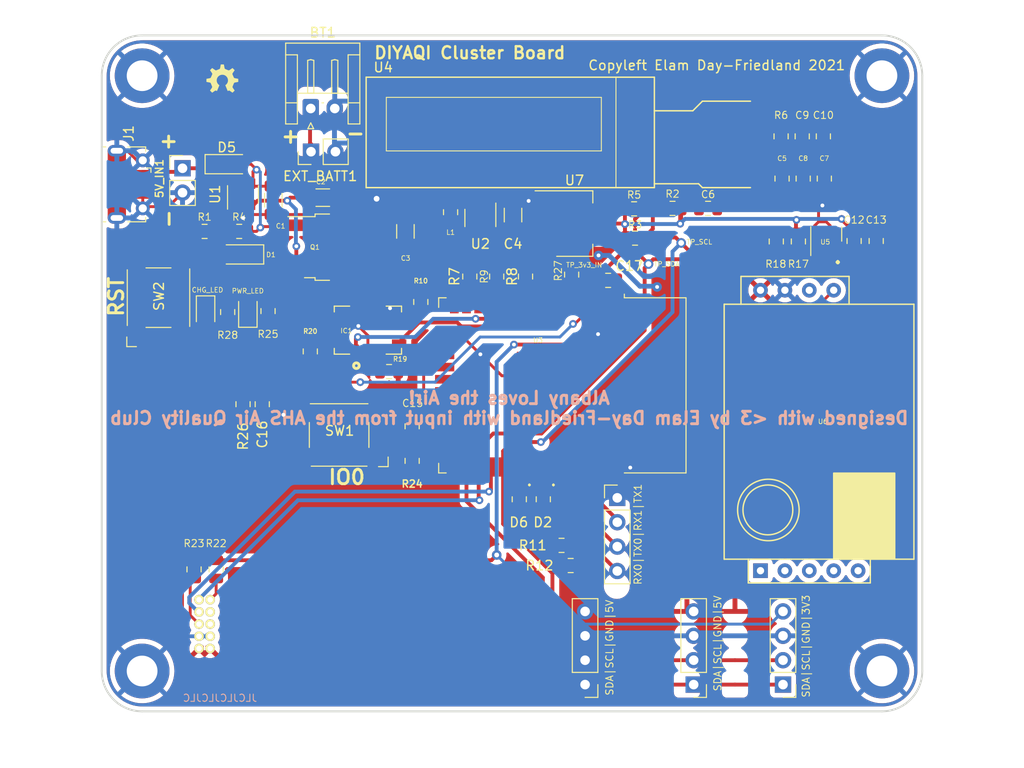
<source format=kicad_pcb>
(kicad_pcb (version 20210126) (generator pcbnew)
  (layers (0 "F.Cu" signal) (31 "B.Cu" signal) (34 "B.Paste" user) (35 "F.Paste" user) (36 "B.SilkS" user "B.Silkscreen") (37 "F.SilkS" user "F.Silkscreen") (38 "B.Mask" user) (39 "F.Mask" user) (44 "Edge.Cuts" user))
  (net 0 "")
  (net 1 "GND")
  (net 2 "Net-(C3-Pad1)")
  (net 3 "+3V3")
  (net 4 "+5V")
  (net 5 "Net-(J1-Pad2)")
  (net 6 "Net-(L1-Pad2)")
  (net 7 "Net-(R1-Pad1)")
  (net 8 "SCL")
  (net 9 "SDA")
  (net 10 "Net-(IC1-PadK)")
  (net 11 "Net-(IC1-PadE)")
  (net 12 "Net-(IC1-PadC)")
  (net 13 "Net-(D4-Pad1)")
  (net 14 "Net-(J2-Pad10)")
  (net 16 "LED_BLUE")
  (net 17 "Net-(D2-Pad1)")
  (net 20 "EN")
  (net 32 "CO")
  (net 33 "NO2")
  (net 34 "NH3")
  (net 41 "IO0")
  (net 47 "Net-(5V_IN1-Pad1)")
  (net 48 "ESP_RX1")
  (net 49 "Net-(J2-Pad5)")
  (net 50 "ESP_RX0")
  (net 51 "ESP_TX0")
  (net 52 "ESP_TX1")
  (net 53 "ESP_RX2")
  (net 54 "ESP_TX2")
  (net 55 "Net-(C15-Pad2)")
  (net 56 "Net-(C16-Pad2)")
  (net 57 "Net-(D3-Pad2)")
  (net 58 "Net-(C1-Pad1)")
  (net 59 "Net-(D4-Pad2)")
  (net 60 "Net-(BT1-Pad1)")
  (net 62 "Net-(C5-Pad1)")
  (net 63 "Net-(C5-Pad2)")
  (net 64 "Net-(C6-Pad1)")
  (net 65 "Net-(C6-Pad2)")
  (net 66 "Net-(C9-Pad2)")
  (net 67 "Net-(C10-Pad2)")
  (net 68 "Net-(R2-Pad2)")
  (net 69 "Net-(R6-Pad2)")
  (net 70 "pwm_mhz19b")
  (net 73 "LED_GREEN")
  (net 74 "Net-(D6-Pad1)")
  (footprint "" (layer "F.Cu") (at 74.2 26.8)
    (fp_text reference "")
    (fp_text value "")
  )
  (footprint "Diode_SMD:D_SOD-123" (layer "F.Cu") (at 42.1 42.1)
    (fp_text reference "D5")
    (fp_text value "D_Schottky")
  )
  (footprint "Capacitor_SMD:C_0805_2012Metric" (layer "F.Cu") (at 77.9 83.9 180)
    (fp_text reference "R12")
    (fp_text value "1k5")
  )
  (footprint "Capacitor_SMD:C_0805_2012Metric" (layer "F.Cu") (at 70.2 53.8 -90)
    (fp_text reference "R9")
    (fp_text value "68k")
  )
  (footprint "Capacitor_SMD:C_0805_2012Metric" (layer "F.Cu") (at 42.2 57.5 90)
    (fp_text reference "R28")
    (fp_text value "470")
  )
  (footprint "Capacitor_SMD:C_0805_2012Metric" (layer "F.Cu") (at 43.8 67.095 90)
    (fp_text reference "R26")
    (fp_text value "470")
  )
  (footprint "Capacitor_SMD:C_0805_2012Metric" (layer "F.Cu") (at 88.5 46.7 180)
    (fp_text reference "R2")
    (fp_text value "10k")
  )
  (footprint "Package_TO_SOT_SMD:SOT-223-3_TabPin2" (layer "F.Cu") (at 78.295 48.285)
    (fp_text reference "U7")
    (fp_text value "AMS1117-3.3")
  )
  (footprint "Capacitor_SMD:C_0805_2012Metric" (layer "F.Cu") (at 99.8 39.2 90)
    (fp_text reference "R6")
    (fp_text value "330k")
  )
  (footprint "Capacitor_SMD:C_0805_2012Metric" (layer "F.Cu") (at 75.05 77 90)
    (fp_text reference "D2")
    (fp_text value "LED_BLUE")
  )
  (footprint "Package_TO_SOT_SMD:SOT-23-5" (layer "F.Cu") (at 43.795 45.235 90)
    (fp_text reference "U1")
    (fp_text value "MCP73831-2-OT")
  )
  (footprint "Connector_PinHeader_2.54mm:PinHeader_1x02_P2.54mm_Vertical" (layer "F.Cu") (at 50.875 40.8 90)
    (fp_text reference "EXT_BATT1")
    (fp_text value "Conn_01x02_Female")
  )
  (footprint "Capacitor_SMD:C_1206_3216Metric" (layer "F.Cu") (at 60.7 49.1 90)
    (fp_text reference "C3")
    (fp_text value "10uF")
  )
  (footprint "Connector_PinHeader_2.54mm:PinHeader_1x04_P2.54mm_Vertical" (layer "F.Cu") (at 79.4 96.3 180)
    (fp_text reference "AUX_CONN2")
    (fp_text value "Conn_01x04_Female")
  )
  (footprint "Package_TO_SOT_SMD:TO-252-2" (layer "F.Cu") (at 53.767 50.7432)
    (fp_text reference "Q1")
    (fp_text value "SUD08P06-155L")
  )
  (footprint "Capacitor_SMD:C_0805_2012Metric" (layer "F.Cu") (at 39.8 49.1)
    (fp_text reference "R1")
    (fp_text value "2k")
  )
  (footprint "Capacitor_SMD:C_0805_2012Metric" (layer "F.Cu") (at 92.2 46.7 180)
    (fp_text reference "C6")
    (fp_text value "1uF")
  )
  (footprint "Capacitor_SMD:C_1206_3216Metric" (layer "F.Cu") (at 71.9 47.4 90)
    (fp_text reference "C4")
    (fp_text value "10uF")
  )
  (footprint "Package_LGA:Bosch_LGA-8_3x3mm_P0.8mm_ClockwisePinNumbering" (layer "F.Cu") (at 104.4983 50.1149 180)
    (fp_text reference "U5")
    (fp_text value "BME680")
  )
  (footprint "Capacitor_SMD:C_0805_2012Metric" (layer "F.Cu") (at 41 84.3 -90)
    (fp_text reference "R22")
    (fp_text value "10k")
  )
  (footprint "Capacitor_SMD:C_0805_2012Metric" (layer "F.Cu") (at 84.6 49.8)
    (fp_text reference "R3")
    (fp_text value "10k")
  )
  (footprint "Capacitor_SMD:C_0805_2012Metric" (layer "F.Cu") (at 65.4 47.1 90)
    (fp_text reference "L1")
    (fp_text value "4.7uH")
  )
  (footprint "Capacitor_SMD:C_0805_2012Metric" (layer "F.Cu") (at 104.2 39.2 90)
    (fp_text reference "C10")
    (fp_text value "10uF")
  )
  (footprint "Capacitor_SMD:C_0805_2012Metric" (layer "F.Cu") (at 99.9 43.6 90)
    (fp_text reference "C5")
    (fp_text value "1uF")
  )
  (footprint "Capacitor_SMD:C_0805_2012Metric" (layer "F.Cu") (at 107.4 50.1 -90)
    (fp_text reference "C12")
    (fp_text value "100nF")
  )
  (footprint "Capacitor_SMD:C_0805_2012Metric" (layer "F.Cu") (at 61.4 73 -90)
    (fp_text reference "R24")
    (fp_text value "470")
  )
  (footprint "mics:Winsen_MH-Z19B" (layer "F.Cu") (at 111.625 84.4375 -90)
    (fp_text reference "U6")
    (fp_text value "MH-Z19B")
  )
  (footprint "Capacitor_SMD:C_0805_2012Metric" (layer "F.Cu") (at 45.8 67.1 -90)
    (fp_text reference "C16")
    (fp_text value "1nF")
  )
  (footprint "Capacitor_SMD:C_0805_2012Metric" (layer "F.Cu") (at 50.8 61.6 -90)
    (fp_text reference "R20")
    (fp_text value "130")
  )
  (footprint "Button_Switch_SMD:SW_SPST_Omron_B3FS-101xP" (layer "F.Cu") (at 35 56 90)
    (fp_text reference "SW2")
    (fp_text value "RESET")
  )
  (footprint "Capacitor_SMD:C_0805_2012Metric" (layer "F.Cu") (at 72.55 77 90)
    (fp_text reference "D6")
    (fp_text value "LED_GREEN")
  )
  (footprint "Package_TO_SOT_SMD:SOT-23-6" (layer "F.Cu") (at 68.5 47.7 -90)
    (fp_text reference "U2")
    (fp_text value "SGM6603-5.0YN6G_TR")
  )
  (footprint "Connector_USB:USB_Micro-B_Molex-105017-0001" (layer "F.Cu") (at 31.9 44.2 -90)
    (fp_text reference "J1")
    (fp_text value "USB_B_Micro")
  )
  (footprint "mics:PMS7003" (layer "F.Cu") (at 57.5 79.5 180)
    (fp_text reference "J2")
    (fp_text value "PMS7003")
  )
  (footprint "" (layer "F.Cu") (at 34.395 94.685)
    (fp_text reference "")
    (fp_text value "")
  )
  (footprint "Connector_PinHeader_2.54mm:PinHeader_1x02_P2.54mm_Vertical" (layer "F.Cu") (at 37.5 42.525)
    (fp_text reference "5V_IN1")
    (fp_text value "Conn_01x02_Female")
  )
  (footprint "MountingHole:MountingHole_3.2mm_M3_ISO7380_Pad" (layer "F.Cu") (at 110.295 32.885)
    (fp_text reference "REF**")
    (fp_text value "MountingHole_3.2mm_M3_ISO7380_Pad")
  )
  (footprint "Capacitor_SMD:C_0805_2012Metric" (layer "F.Cu") (at 104.3 43.6 -90)
    (fp_text reference "C7")
    (fp_text value "1uF")
  )
  (footprint "Connector_PinHeader_2.54mm:PinHeader_1x04_P2.54mm_Vertical" (layer "F.Cu") (at 82.75 76.85)
    (fp_text reference "AUX_CONN1")
    (fp_text value "Conn_01x04_Female")
  )
  (footprint "Capacitor_SMD:C_1206_3216Metric" (layer "F.Cu") (at 52.1 45.585)
    (fp_text reference "C2")
    (fp_text value "4.7uF")
  )
  (footprint "MountingHole:MountingHole_3.2mm_M3_ISO7380_Pad" (layer "F.Cu") (at 110.295 94.885)
    (fp_text reference "MOUNT4")
    (fp_text value "MountingHole_3.2mm_M3_ISO7380_Pad")
  )
  (footprint "Capacitor_SMD:C_0805_2012Metric" (layer "F.Cu") (at 46.4 57.4 -90)
    (fp_text reference "R25")
    (fp_text value "2k")
  )
  (footprint "Connector_JST:JST_EH_S2B-EH_1x02_P2.50mm_Horizontal" (layer "F.Cu") (at 50.845 36.3)
    (fp_text reference "BT1")
    (fp_text value "Battery_Cell")
  )
  (footprint "Capacitor_SMD:C_1206_3216Metric" (layer "F.Cu") (at 46.95 45.85 -90)
    (fp_text reference "C1")
    (fp_text value "4.7uF")
  )
  (footprint "LED_SMD:LED_0805_2012Metric" (layer "F.Cu") (at 44.3 57.4 90)
    (fp_text reference "D3")
    (fp_text value "PWR_LED")
  )
  (footprint "Capacitor_SMD:C_0805_2012Metric" (layer "F.Cu") (at 73.2 53.8 -90)
    (fp_text reference "R8")
    (fp_text value "220k")
  )
  (footprint "Diode_SMD:D_SOD-123" (layer "F.Cu") (at 43.7 51.5 180)
    (fp_text reference "D1")
    (fp_text value "D_Schottky")
  )
  (footprint "Capacitor_SMD:C_0805_2012Metric" (layer "F.Cu") (at 38.7 84.3 90)
    (fp_text reference "R23")
    (fp_text value "10k")
  )
  (footprint "Capacitor_SMD:C_0805_2012Metric" (layer "F.Cu") (at 99.3 50.15 -90)
    (fp_text reference "R18")
    (fp_text value "4k7")
  )
  (footprint "Capacitor_SMD:C_0805_2012Metric" (layer "F.Cu") (at 84.5 46.75)
    (fp_text reference "R5")
    (fp_text value "10k")
  )
  (footprint "MountingHole:MountingHole_3.2mm_M3_ISO7380_Pad" (layer "F.Cu") (at 33.295 32.885)
    (fp_text reference "REF**")
    (fp_text value "MountingHole_3.2mm_M3_ISO7380_Pad")
  )
  (footprint "Capacitor_SMD:C_0805_2012Metric" (layer "F.Cu") (at 81.8 54.2)
    (fp_text reference "C17")
    (fp_text value "10uF")
  )
  (footprint "Capacitor_SMD:C_0805_2012Metric" (layer "F.Cu") (at 102.1 43.6 -90)
    (fp_text reference "C8")
    (fp_text value "1uF")
  )
  (footprint "Connector_PinHeader_2.54mm:PinHeader_1x04_P2.54mm_Vertical" (layer "F.Cu") (at 90.7 96.3 180)
    (fp_text reference "AUX_CONN3")
    (fp_text value "Conn_01x04_Female")
  )
  (footprint "Capacitor_SMD:C_0805_2012Metric" (layer "F.Cu") (at 61.4 69.4 -90)
    (fp_text reference "C15")
    (fp_text value "1nF")
  )
  (footprint "Button_Switch_SMD:SW_SPST_Omron_B3FS-101xP" (layer "F.Cu") (at 53.8 70.3 180)
    (fp_text reference "SW1")
    (fp_text value "RESET")
  )
  (footprint "LED_SMD:LED_0805_2012Metric" (layer "F.Cu") (at 39.9 57.5 -90)
    (fp_text reference "D4")
    (fp_text value "PWR_LED")
  )
  (footprint "Capacitor_SMD:C_0805_2012Metric" (layer "F.Cu") (at 78 53.6 90)
    (fp_text reference "R27")
    (fp_text value "5k1")
  )
  (footprint "stuff:SSD1306_OLED-0.91-128x32" (layer "F.Cu") (at 56.6118 33.0394)
    (fp_text reference "U4")
    (fp_text value "SSD1306")
  )
  (footprint "mics:SENSOR_MICS-6814" (layer "F.Cu") (at 56.795 59.385 90)
    (fp_text reference "IC1")
    (fp_text value "MiCS-6814")
  )
  (footprint "Capacitor_SMD:C_0805_2012Metric" (layer "F.Cu") (at 76.95 81.8 180)
    (fp_text reference "R11")
    (fp_text value "1k5")
  )
  (footprint "Capacitor_SMD:C_0805_2012Metric" (layer "F.Cu") (at 102 39.2 90)
    (fp_text reference "C9")
    (fp_text value "10uF")
  )
  (footprint "Capacitor_SMD:C_0805_2012Metric" (layer "F.Cu") (at 62.3 56.45 -90)
    (fp_text reference "R10")
    (fp_text value "820")
  )
  (footprint "Capacitor_SMD:C_0805_2012Metric" (layer "F.Cu") (at 109.7 50.1 90)
    (fp_text reference "C13")
    (fp_text value "100nF")
  )
  (footprint "Capacitor_SMD:C_0805_2012Metric" (layer "F.Cu") (at 67.4 53.8 -90)
    (fp_text reference "R7")
    (fp_text value "220k")
  )
  (footprint "Capacitor_SMD:C_0805_2012Metric" (layer "F.Cu") (at 101.6 50.15 -90)
    (fp_text reference "R17")
    (fp_text value "4k7")
  )
  (footprint "Capacitor_SMD:C_0805_2012Metric" (layer "F.Cu") (at 43.4 49.1 180)
    (fp_text reference "R4")
    (fp_text value "10k")
  )
  (footprint "RF_Module:ESP32-WROOM-32" (layer "F.Cu") (at 74.04 65.135 -90)
    (fp_text reference "U3")
    (fp_text value "ESP32-WROOM-32")
  )
  (footprint "Capacitor_SMD:C_0805_2012Metric" (layer "F.Cu") (at 59 63.7)
    (fp_text reference "R19")
    (fp_text value "27")
  )
  (footprint "Connector_PinHeader_2.54mm:PinHeader_1x04_P2.54mm_Vertical" (layer "F.Cu") (at 100 96.3 180)
    (fp_text reference "AUX_CONN4")
    (fp_text value "Conn_01x04_Female")
  )
  (gr_poly (pts (xy 41.815745 31.76213) (xy 41.839028 31.888425) (xy 41.867195 32.037495) (xy 41.87657 32.083067) (xy 41.884184 32.114202) (xy 41.887653 32.125498) (xy 41.89107 32.134556) (xy 41.894563 32.141832) (xy 41.898262 32.147782) (xy 41.902296 32.152865) (xy 41.906793 32.157536) (xy 41.917698 32.167472) (xy 41.921336 32.170746) (xy 41.924809 32.173739) (xy 41.928267 32.176525) (xy 41.931858 32.17918) (xy 41.933751 32.18048) (xy 41.935733 32.181776) (xy 41.937823 32.183075) (xy 41.940041 32.184389) (xy 41.94493 32.187092) (xy 41.95055 32.189961) (xy 41.957051 32.19307) (xy 41.964582 32.196493) (xy 41.973292 32.200305) (xy 41.983331 32.20458) (xy 41.994848 32.209392) (xy 42.007992 32.214816) (xy 42.039759 32.227797) (xy 42.118561 32.259767) (xy 42.223556 32.302586) (xy 42.232807 32.306259) (xy 42.242137 32.309812) (xy 42.251294 32.313159) (xy 42.260024 32.316212) (xy 42.268077 32.318884) (xy 42.275199 32.32109) (xy 42.28114 32.322741) (xy 42.285645 32.323752) (xy 42.289869 32.324444) (xy 42.294433 32.324936) (xy 42.29928 32.325236) (xy 42.304353 32.325351) (xy 42.309596 32.325288) (xy 42.314952 32.325054) (xy 42.320363 32.324658) (xy 42.325773 32.324105) (xy 42.331126 32.323403) (xy 42.336364 32.32256) (xy 42.34143 32.321583) (xy 42.346268 32.320478) (xy 42.35082 32.319253) (xy 42.35503 32.317916) (xy 42.358842 32.316474) (xy 42.362198 32.314933) (xy 42.369649 32.310586) (xy 42.382322 32.302586) (xy 42.399584 32.291344) (xy 42.420803 32.277274) (xy 42.472579 32.242305) (xy 42.532589 32.200986) (xy 42.58824 32.162841) (xy 42.645478 32.123374) (xy 42.704039 32.083158) (xy 42.817987 32.197105) (xy 42.931934 32.311052) (xy 42.913236 32.337863) (xy 42.871609 32.398188) (xy 42.846429 32.434745) (xy 42.81834 32.4758) (xy 42.803837 32.497286) (xy 42.786192 32.523072) (xy 42.750606 32.574577) (xy 42.742848 32.585904) (xy 42.735304 32.597194) (xy 42.728158 32.608144) (xy 42.72159 32.618454) (xy 42.715783 32.627821) (xy 42.710919 32.635944) (xy 42.707179 32.642521) (xy 42.704745 32.647249) (xy 42.702844 32.651528) (xy 42.70111 32.656011) (xy 42.699545 32.660672) (xy 42.698152 32.665484) (xy 42.696933 32.670419) (xy 42.69589 32.675452) (xy 42.695024 32.680556) (xy 42.694338 32.685702) (xy 42.693834 32.690865) (xy 42.693514 32.696018) (xy 42.69338 32.701134) (xy 42.693434 32.706185) (xy 42.693678 32.711146) (xy 42.694115 32.715989) (xy 42.694745 32.720687) (xy 42.695573 32.725213) (xy 42.703124 32.746597) (xy 42.720069 32.788862) (xy 42.770097 32.907908) (xy 42.821581 33.026094) (xy 42.840344 33.067284) (xy 42.850442 33.087163) (xy 42.852945 33.090578) (xy 42.8558 33.094055) (xy 42.858969 33.097567) (xy 42.862415 33.101087) (xy 42.8661 33.104586) (xy 42.869988 33.108036) (xy 42.874042 33.11141) (xy 42.878223 33.11468) (xy 42.882496 33.117817) (xy 42.886822 33.120794) (xy 42.891165 33.123583) (xy 42.895488 33.126156) (xy 42.899752 33.128485) (xy 42.903921 33.130543) (xy 42.907958 33.1323) (xy 42.911826 33.13373) (xy 42.917083 33.135153) (xy 42.926174 33.137241) (xy 42.95385 33.143035) (xy 42.990853 33.150349) (xy 43.033181 33.158425) (xy 43.131826 33.176504) (xy 43.220153 33.192997) (xy 43.301292 33.208166) (xy 43.30235 33.369033) (xy 43.302615 33.458098) (xy 43.302474 33.486644) (xy 43.302086 33.506616) (xy 43.301399 33.519577) (xy 43.300366 33.527088) (xy 43.299703 33.529289) (xy 43.298936 33.530714) (xy 43.298056 33.531558) (xy 43.297059 33.532016) (xy 43.28319 33.534844) (xy 43.250139 33.541144) (xy 43.14607 33.560591) (xy 42.965448 33.594105) (xy 42.957793 33.59555) (xy 42.950047 33.597197) (xy 42.942417 33.598985) (xy 42.935109 33.600852) (xy 42.92833 33.602735) (xy 42.922288 33.604573) (xy 42.917187 33.606303) (xy 42.913236 33.607863) (xy 42.909245 33.609792) (xy 42.905103 33.612113) (xy 42.90085 33.61479) (xy 42.896524 33.617785) (xy 42.892165 33.621062) (xy 42.887812 33.624582) (xy 42.883504 33.628309) (xy 42.879282 33.632205) (xy 42.875183 33.636234) (xy 42.871248 33.640357) (xy 42.867515 33.644539) (xy 42.864024 33.648741) (xy 42.860814 33.652927) (xy 42.857925 33.657059) (xy 42.855395 33.6611) (xy 42.853264 33.665013) (xy 42.850192 33.671698) (xy 42.844627 33.684626) (xy 42.827291 33.726132) (xy 42.803804 33.783381) (xy 42.776711 33.850222) (xy 42.708626 34.019202) (xy 42.708626 34.058008) (xy 42.708735 34.073016) (xy 42.708958 34.079391) (xy 42.70937 34.085205) (xy 42.710027 34.090601) (xy 42.710988 34.095723) (xy 42.7116 34.098227) (xy 42.71231 34.100715) (xy 42.713124 34.103208) (xy 42.71405 34.105721) (xy 42.716265 34.110884) (xy 42.719013 34.116347) (xy 42.722351 34.122255) (xy 42.726336 34.128751) (xy 42.731027 34.135978) (xy 42.736479 34.144081) (xy 42.749901 34.163488) (xy 42.776006 34.201632) (xy 42.790779 34.223267) (xy 42.804228 34.243216) (xy 42.832318 34.284271) (xy 42.857498 34.320827) (xy 42.906534 34.391736) (xy 42.932287 34.42913) (xy 42.81834 34.542724) (xy 42.704392 34.656672) (xy 42.56187 34.5586) (xy 42.504703 34.519568) (xy 42.454317 34.485795) (xy 42.416167 34.460819) (xy 42.403386 34.452736) (xy 42.395711 34.44818) (xy 42.388252 34.444524) (xy 42.384985 34.44301) (xy 42.381942 34.441687) (xy 42.379061 34.440541) (xy 42.376277 34.43956) (xy 42.373529 34.43873) (xy 42.370753 34.438038) (xy 42.367885 34.437469) (xy 42.364864 34.437011) (xy 42.361626 34.43665) (xy 42.358108 34.436373) (xy 42.354246 34.436166) (xy 42.349979 34.436016) (xy 42.339973 34.435833) (xy 42.30787 34.435833) (xy 42.25707 34.461938) (xy 42.237105 34.471992) (xy 42.220646 34.47993) (xy 42.214247 34.482857) (xy 42.209346 34.484957) (xy 42.206147 34.486131) (xy 42.205251 34.48634) (xy 42.204859 34.48628) (xy 42.20394 34.484433) (xy 42.201805 34.479638) (xy 42.194452 34.462512) (xy 42.183924 34.437514) (xy 42.171345 34.407258) (xy 41.974407 33.928627) (xy 41.960829 33.893491) (xy 41.955544 33.877132) (xy 41.955568 33.872035) (xy 41.957915 33.870683) (xy 41.959521 33.869421) (xy 41.961635 33.8678) (xy 41.967043 33.863759) (xy 41.970162 33.861481) (xy 41.973442 33.859124) (xy 41.976797 33.856758) (xy 41.980139 33.854455) (xy 42.001494 33.838834) (xy 42.022139 33.82217) (xy 42.042036 33.804523) (xy 42.061146 33.78595) (xy 42.079429 33.766509) (xy 42.096845 33.746257) (xy 42.113357 33.725253) (xy 42.128923 33.703554) (xy 42.143506 33.681219) (xy 42.157066 33.658305) (xy 42.169563 33.63487) (xy 42.180958 33.610972) (xy 42.191212 33.586669) (xy 42.200287 33.562019) (xy 42.208141 33.537079) (xy 42.214737 33.511908) (xy 42.21941 33.490976) (xy 42.223154 33.471454) (xy 42.226029 33.452767) (xy 42.22716 33.443557) (xy 42.228098 33.434341) (xy 42.229423 33.4156) (xy 42.230066 33.395971) (xy 42.230089 33.374878) (xy 42.229553 33.351747) (xy 42.2282 33.323429) (xy 42.227188 33.309977) (xy 42.225937 33.296923) (xy 42.224439 33.284212) (xy 42.222682 33.271789) (xy 42.220657 33.2596) (xy 42.218353 33.247589) (xy 42.215759 33.235703) (xy 42.212865 33.223885) (xy 42.209662 33.212083) (xy 42.206138 33.20024) (xy 42.202283 33.188302) (xy 42.198087 33.176214) (xy 42.188631 33.151369) (xy 42.175928 33.122219) (xy 42.161549 33.093818) (xy 42.145574 33.066238) (xy 42.12808 33.039549) (xy 42.109145 33.013824) (xy 42.088848 32.989134) (xy 42.067266 32.965549) (xy 42.044477 32.943142) (xy 42.02056 32.921983) (xy 41.995592 32.902144) (xy 41.969652 32.883696) (xy 41.942817 32.86671) (xy 41.915165 32.851259) (xy 41.886775 32.837412) (xy 41.857725 32.825242) (xy 41.828092 32.814819) (xy 41.803383 32.807301) (xy 41.79213 32.804124) (xy 41.781426 32.801309) (xy 41.771132 32.798834) (xy 41.761107 32.79668) (xy 41.751213 32.794828) (xy 41.741309 32.793255) (xy 41.731256 32.791944) (xy 41.720915 32.790872) (xy 41.710147 32.790021) (xy 41.69881 32.789369) (xy 41.673877 32.788586) (xy 41.645001 32.788361) (xy 41.615451 32.788618) (xy 41.589846 32.789496) (xy 41.578184 32.790217) (xy 41.567101 32.791151) (xy 41.556464 32.792319) (xy 41.546135 32.79374) (xy 41.535979 32.795435) (xy 41.525862 32.797421) (xy 41.515648 32.79972) (xy 41.505201 32.80235) (xy 41.483069 32.808685) (xy 41.458381 32.816583) (xy 41.424147 32.829207) (xy 41.390952 32.843872) (xy 41.358873 32.860495) (xy 41.327991 32.878991) (xy 41.298385 32.899278) (xy 41.270132 32.921271) (xy 41.243313 32.944887) (xy 41.218007 32.970041) (xy 41.194293 32.996651) (xy 41.172249 33.024632) (xy 41.151955 33.053901) (xy 41.133489 33.084374) (xy 41.116932 33.115968) (xy 41.102362 33.148598) (xy 41.089857 33.182181) (xy 41.079498 33.216633) (xy 41.074051 33.23801) (xy 41.069791 33.25642) (xy 41.068063 33.264906) (xy 41.066581 33.273126) (xy 41.065327 33.281235) (xy 41.064284 33.289393) (xy 41.063436 33.297758) (xy 41.062765 33.306488) (xy 41.062254 33.315741) (xy 41.061886 33.325674) (xy 41.061512 33.348218) (xy 41.061506 33.375383) (xy 41.061565 33.397568) (xy 41.061782 33.415941) (xy 41.062213 33.431255) (xy 41.062917 33.444263) (xy 41.063952 33.455716) (xy 41.065376 33.466366) (xy 41.067246 33.476968) (xy 41.06962 33.488272) (xy 41.076389 33.516748) (xy 41.084383 33.544616) (xy 41.093586 33.571853) (xy 41.103983 33.598438) (xy 41.115558 33.624349) (xy 41.128295 33.649564) (xy 41.14218 33.674062) (xy 41.157197 33.697822) (xy 41.17333 33.72082) (xy 41.190564 33.743037) (xy 41.208882 33.764449) (xy 41.228271 33.785035) (xy 41.248714 33.804774) (xy 41.270195 33.823643) (xy 41.292699 33.841622) (xy 41.316212 33.858688) (xy 41.320595 33.861718) (xy 41.324689 33.864669) (xy 41.328403 33.867463) (xy 41.331646 33.870021) (xy 41.334326 33.872265) (xy 41.336353 33.874117) (xy 41.337093 33.874871) (xy 41.337636 33.875497) (xy 41.33797 33.875986) (xy 41.338084 33.876327) (xy 41.338023 33.876672) (xy 41.337843 33.877298) (xy 41.337152 33.879331) (xy 41.336056 33.882299) (xy 41.3346 33.886073) (xy 41.33283 33.890524) (xy 41.330791 33.895526) (xy 41.328529 33.900949) (xy 41.32609 33.906666) (xy 41.3191 33.922988) (xy 41.309068 33.947015) (xy 41.285167 34.005091) (xy 41.260826 34.064181) (xy 41.242834 34.107397) (xy 41.224842 34.15048) (xy 41.200501 34.209702) (xy 41.176159 34.268792) (xy 41.158167 34.312008) (xy 41.140176 34.355091) (xy 41.115834 34.414313) (xy 41.104495 34.44183) (xy 41.094976 34.464584) (xy 41.088301 34.480195) (xy 41.085495 34.48628) (xy 41.085331 34.486343) (xy 41.08504 34.486336) (xy 41.08409 34.486117) (xy 41.08267 34.485636) (xy 41.080804 34.484907) (xy 41.07584 34.482764) (xy 41.0694 34.479798) (xy 41.061686 34.47612) (xy 41.052902 34.471844) (xy 41.032931 34.461938) (xy 40.982131 34.435833) (xy 40.951087 34.435833) (xy 40.935784 34.435833) (xy 40.932488 34.435922) (xy 40.929294 34.436108) (xy 40.926146 34.436422) (xy 40.922991 34.436897) (xy 40.919774 34.437561) (xy 40.916439 34.438448) (xy 40.912932 34.439587) (xy 40.909198 34.441011) (xy 40.905182 34.442749) (xy 40.900829 34.444833) (xy 40.896085 34.447295) (xy 40.890894 34.450164) (xy 40.885202 34.453473) (xy 40.878954 34.457252) (xy 40.86457 34.466346) (xy 40.847304 34.477694) (xy 40.826716 34.491544) (xy 40.802368 34.508146) (xy 40.773822 34.527747) (xy 40.702378 34.576944) (xy 40.664896 34.602653) (xy 40.644335 34.616681) (xy 40.625826 34.629155) (xy 40.585962 34.656672) (xy 40.472015 34.543077) (xy 40.358067 34.42913) (xy 40.387701 34.386444) (xy 40.506532 34.212976) (xy 40.541775 34.160039) (xy 40.564442 34.123448) (xy 40.571889 34.109833) (xy 40.577188 34.098565) (xy 40.580669 34.089064) (xy 40.582665 34.080751) (xy 40.583508 34.073045) (xy 40.58353 34.065368) (xy 40.582434 34.047777) (xy 40.582072 34.042853) (xy 40.581589 34.038102) (xy 40.580898 34.033274) (xy 40.579909 34.028121) (xy 40.578537 34.022393) (xy 40.576692 34.015841) (xy 40.574287 34.008217) (xy 40.571233 33.99927) (xy 40.567444 33.988753) (xy 40.562831 33.976415) (xy 40.557307 33.962009) (xy 40.550783 33.945284) (xy 40.534386 33.903884) (xy 40.512937 33.850222) (xy 40.462534 33.726132) (xy 40.445319 33.684626) (xy 40.436737 33.665013) (xy 40.434606 33.6611) (xy 40.432075 33.657059) (xy 40.429184 33.652927) (xy 40.425971 33.648741) (xy 40.422475 33.644539) (xy 40.418735 33.640357) (xy 40.414788 33.636234) (xy 40.410675 33.632205) (xy 40.406434 33.628309) (xy 40.402103 33.624582) (xy 40.397722 33.621062) (xy 40.393329 33.617785) (xy 40.388962 33.61479) (xy 40.384661 33.612113) (xy 40.380465 33.609792) (xy 40.376412 33.607863) (xy 40.373845 33.606923) (xy 40.369636 33.605701) (xy 40.356601 33.602472) (xy 40.337927 33.598301) (xy 40.314235 33.593311) (xy 40.254273 33.581372) (xy 40.181678 33.567647) (xy 39.994706 33.532369) (xy 39.986945 33.530605) (xy 39.987651 33.369386) (xy 39.988709 33.208166) (xy 40.173917 33.173947) (xy 40.247284 33.160017) (xy 40.310001 33.147709) (xy 40.355388 33.138377) (xy 40.376764 33.133377) (xy 40.380822 33.131947) (xy 40.385033 33.13019) (xy 40.389361 33.128133) (xy 40.393769 33.125804) (xy 40.398221 33.123231) (xy 40.402679 33.120442) (xy 40.407107 33.117465) (xy 40.411469 33.114327) (xy 40.415727 33.111058) (xy 40.419845 33.107684) (xy 40.423787 33.104233) (xy 40.427515 33.100734) (xy 40.430993 33.097215) (xy 40.434184 33.093702) (xy 40.437052 33.090225) (xy 40.439559 33.086811) (xy 40.449657 33.066948) (xy 40.468415 33.025802) (xy 40.51986 32.907776) (xy 40.569784 32.788956) (xy 40.58664 32.746818) (xy 40.594076 32.725566) (xy 40.594965 32.720978) (xy 40.595651 32.716225) (xy 40.596136 32.711335) (xy 40.596424 32.706334) (xy 40.596517 32.701249) (xy 40.59642 32.696104) (xy 40.596134 32.690928) (xy 40.595663 32.685746) (xy 40.59501 32.680585) (xy 40.594179 32.675471) (xy 40.593172 32.67043) (xy 40.591992 32.665489) (xy 40.590643 32.660674) (xy 40.589127 32.656012) (xy 40.587448 32.651528) (xy 40.585609 32.647249) (xy 40.584477 32.645009) (xy 40.582823 32.642024) (xy 40.578074 32.63402) (xy 40.571613 32.623635) (xy 40.563693 32.611266) (xy 40.554565 32.597309) (xy 40.544483 32.582162) (xy 40.533698 32.566221) (xy 40.522462 32.549883) (xy 40.388362 32.354268) (xy 40.366143 32.320787) (xy 40.362001 32.313848) (xy 40.36089 32.311052) (xy 40.361471 32.310202) (xy 40.363178 32.308222) (xy 40.369742 32.301114) (xy 40.380126 32.29021) (xy 40.393874 32.275995) (xy 40.410533 32.258952) (xy 40.429648 32.239565) (xy 40.450764 32.218318) (xy 40.473426 32.195694) (xy 40.585962 32.083158) (xy 40.642053 32.121611) (xy 40.762351 32.204161) (xy 40.871006 32.278597) (xy 40.887452 32.289886) (xy 40.901433 32.299058) (xy 40.907671 32.302933) (xy 40.913497 32.306378) (xy 40.918979 32.309426) (xy 40.924187 32.312111) (xy 40.929189 32.314464) (xy 40.934051 32.31652) (xy 40.938844 32.318312) (xy 40.943634 32.319872) (xy 40.948491 32.321233) (xy 40.953482 32.322429) (xy 40.958675 32.323493) (xy 40.964139 32.324458) (xy 40.970469 32.325412) (xy 40.976444 32.326085) (xy 40.9794 32.326284) (xy 40.982388 32.326372) (xy 40.985449 32.326338) (xy 40.988625 32.326167) (xy 40.991954 32.325846) (xy 40.995477 32.325361) (xy 40.999235 32.324701) (xy 41.003269 32.32385) (xy 41.007618 32.322797) (xy 41.012324 32.321527) (xy 41.017426 32.320027) (xy 41.022965 32.318284) (xy 41.028982 32.316285) (xy 41.035517 32.314017) (xy 41.050301 32.308617) (xy 41.067643 32.30198) (xy 41.087865 32.293998) (xy 41.111291 32.284565) (xy 41.138245 32.273574) (xy 41.204028 32.246494) (xy 41.281639 32.214744) (xy 41.303141 32.205959) (xy 41.320037 32.198902) (xy 41.333146 32.193152) (xy 41.343287 32.188286) (xy 41.347501 32.186053) (xy 41.351279 32.183883) (xy 41.354724 32.181723) (xy 41.357939 32.179521) (xy 41.364086 32.174779) (xy 41.370539 32.169236) (xy 41.375885 32.164339) (xy 41.380713 32.159616) (xy 41.382949 32.157277) (xy 41.385074 32.154931) (xy 41.387096 32.152562) (xy 41.389022 32.150153) (xy 41.390857 32.147686) (xy 41.392607 32.145147) (xy 41.394281 32.142517) (xy 41.395884 32.13978) (xy 41.397422 32.13692) (xy 41.398902 32.133919) (xy 41.400332 32.130762) (xy 41.401716 32.127431) (xy 41.403062 32.123911) (xy 41.404377 32.120183) (xy 41.405666 32.116232) (xy 41.406937 32.11204) (xy 41.409448 32.10287) (xy 41.411963 32.09254) (xy 41.414534 32.080915) (xy 41.417213 32.067863) (xy 41.420052 32.05325) (xy 41.423103 32.036944) (xy 41.447092 31.907827) (xy 41.47214 31.772714) (xy 41.483781 31.710272) (xy 41.645001 31.710272) (xy 41.805867 31.710272) (xy 41.815745 31.76213)) (layer "F.SilkS") (width 0.000352) (fill solid))
  (gr_arc (start 33.295 94.885001) (end 33.295 99.085) (angle 90) (layer "Edge.Cuts") (width 0.2))
  (gr_line (start 110.295 28.685) (end 33.295 28.685) (layer "Edge.Cuts") (width 0.2))
  (gr_line (start 114.495 32.885) (end 114.495 94.885) (layer "Edge.Cuts") (width 0.2))
  (gr_arc (start 110.295001 94.885) (end 114.495 94.885) (angle 90) (layer "Edge.Cuts") (width 0.2))
  (gr_arc (start 110.295 32.884999) (end 114.495 32.885) (angle -90) (layer "Edge.Cuts") (width 0.2))
  (gr_arc (start 33.294999 32.885) (end 29.095 32.885) (angle 90) (layer "Edge.Cuts") (width 0.2))
  (gr_line (start 33.295 99.085) (end 110.295001 99.084999) (layer "Edge.Cuts") (width 0.2))
  (gr_line (start 29.095 32.885) (end 29.095 94.885) (layer "Edge.Cuts") (width 0.2))
  (gr_text "Albany Loves the Air!\nDesigned with <3 by Elam Day-Friedland with input from the AHS Air Quality Club" (at 71.5 67.5) (layer "B.SilkS") (effects (font (size 1.3 1.3) (thickness 0.3)) (justify mirror)))
  (gr_text "JLCJLCJLCJLC" (at 41.4 97.7) (layer "B.SilkS") (effects (font (size 0.75 0.75) (thickness 0.1)) (justify mirror)))
  (gr_text "." (at 76.1 75.1) (layer "F.SilkS") (effects (font (size 1 1) (thickness 0.2))))
  (gr_text "SDA|SCL|GND|3V3\n" (at 102.4 92.3 90) (layer "F.SilkS") (effects (font (size 0.75 0.75) (thickness 0.1))))
  (gr_text "SDA|SCL|GND|5V\n" (at 93.2 92 90) (layer "F.SilkS") (effects (font (size 0.75 0.75) (thickness 0.1))))
  (gr_text "CHG_LED" (at 40.1 55.2) (layer "F.SilkS") (effects (font (size 0.5 0.5) (thickness 0.075))))
  (gr_text "TP_SDA" (at 87.9 52.5) (layer "F.SilkS") (effects (font (size 0.5 0.5) (thickness 0.075))))
  (gr_text "SDA|SCL|GND|5V\n" (at 81.95 92.45 90) (layer "F.SilkS") (effects (font (size 0.75 0.75) (thickness 0.1))))
  (gr_text "-" (at 55.5 38.85) (layer "F.SilkS") (effects (font (size 1.5 1.5) (thickness 0.3))))
  (gr_text "-" (at 36 47.795 90) (layer "F.SilkS") (effects (font (size 1.5 1.5) (thickness 0.3))))
  (gr_text "+\n" (at 35.95 39.75 90) (layer "F.SilkS") (effects (font (size 1.5 1.5) (thickness 0.3))))
  (gr_text "Copyleft Elam Day-Friedland 2021\n" (at 93.1 31.8) (layer "F.SilkS") (effects (font (size 1 1))))
  (gr_text "RX0|TX0|RX1|TX1\n" (at 84.9 80.65 90) (layer "F.SilkS") (effects (font (size 0.75 0.75) (thickness 0.1))))
  (gr_text "RST\n" (at 30.6 55.9 90) (layer "F.SilkS") (effects (font (size 1.5 1.5) (thickness 0.3))))
  (gr_text "TP_SCL" (at 91.3 50.2) (layer "F.SilkS") (effects (font (size 0.5 0.5) (thickness 0.075))))
  (gr_text "." (at 105.7 51.7) (layer "F.SilkS") (effects (font (size 1.5 1.5) (thickness 0.3))))
  (gr_text "IO0\n" (at 54.6 74.7) (layer "F.SilkS") (effects (font (size 1.5 1.5) (thickness 0.3))))
  (gr_text "PWR_LED" (at 44.3 55.3) (layer "F.SilkS") (effects (font (size 0.5 0.5) (thickness 0.075))))
  (gr_text "TP_3v3_IN" (at 79.3 52.6) (layer "F.SilkS") (effects (font (size 0.5 0.5) (thickness 0.075))))
  (gr_text "+\n" (at 48.75 39.15) (layer "F.SilkS") (effects (font (size 1.5 1.5) (thickness 0.3))))
  (gr_text "DIYAQI Cluster Board" (at 67.4 30.5) (layer "F.SilkS") (effects (font (size 1.25 1.25) (thickness 0.25))))
  (gr_text "." (at 73.6 75.1) (layer "F.SilkS") (effects (font (size 1 1) (thickness 0.2))))
  (segment (start 43.795 47.695) (end 43.8 47.7) (width 0.3) (layer "F.Cu") (net 1))
  (segment (start 75.085 45.925) (end 75.145 45.985) (width 0.3) (layer "F.Cu") (net 1))
  (segment (start 68.99638 47.5) (end 71.4 47.5) (width 0.3) (layer "F.Cu") (net 1))
  (segment (start 99.2194 40.3194) (end 99.8694 40.3194) (width 0.3) (layer "F.Cu") (net 1))
  (segment (start 104.8983 48.4983) (end 104.5 48.1) (width 0.3) (layer "F.Cu") (net 1))
  (segment (start 104.5 48.1) (end 103.7 48.1) (width 0.3) (layer "F.Cu") (net 1))
  (segment (start 33.3625 45.5) (end 33.3625 46.7) (width 0.3) (layer "F.Cu") (net 1))
  (segment (start 78.85 82.75) (end 77.9 81.8) (width 0.3) (layer "F.Cu") (net 1))
  (segment (start 56.795 59.945) (end 56.795 61.635) (width 0.3) (layer "F.Cu") (net 1))
  (segment (start 79.56002 60.88998) (end 78.81002 60.88998) (width 0.3) (layer "F.Cu") (net 1))
  (segment (start 71.4 47.5) (end 71.9 47) (width 0.3) (layer "F.Cu") (net 1))
  (segment (start 82.295 54.655) (end 82.75 54.2) (width 0.3) (layer "F.Cu") (net 1))
  (segment (start 103.631742 53.4) (end 101.9 53.4) (width 0.3) (layer "F.Cu") (net 1))
  (segment (start 74.795 64.135) (end 70.835 64.135) (width 0.3) (layer "F.Cu") (net 1))
  (segment (start 55.8 58.95) (end 54.965 58.115) (width 0.3) (layer "F.Cu") (net 1))
  (segment (start 34.82 46.52) (end 36.045 46.52) (width 0.3) (layer "F.Cu") (net 1))
  (segment (start 53.275 45.585) (end 53.275 39.94) (width 0.3) (layer "F.Cu") (net 1))
  (segment (start 104.2 40.15) (end 105.7 41.65) (width 0.3) (layer "F.Cu") (net 1))
  (segment (start 58 67.65) (end 58.65 68.3) (width 0.3) (layer "F.Cu") (net 1))
  (segment (start 107.1476 51.3024) (end 107.4 51.05) (width 0.3) (layer "F.Cu") (net 1))
  (segment (start 48 68.2) (end 47.85 68.2) (width 0.3) (layer "F.Cu") (net 1))
  (segment (start 37.25 52) (end 37.25 50.5875) (width 0.3) (layer "F.Cu") (net 1))
  (segment (start 61 68.45) (end 62.6 66.85) (width 0.3) (layer "F.Cu") (net 1))
  (segment (start 68.5 46.6) (end 68.5 47.00362) (width 0.3) (layer "F.Cu") (net 1))
  (segment (start 47.85 68.2) (end 45.8 66.15) (width 0.3) (layer "F.Cu") (net 1))
  (segment (start 46.9326 47.3444) (end 44.6556 47.3444) (width 0.3) (layer "F.Cu") (net 1))
  (segment (start 105.6983 51.3024) (end 105.6983 51.333442) (width 0.3) (layer "F.Cu") (net 1))
  (segment (start 53.275 39.94) (end 53.315 39.9) (width 0.3) (layer "F.Cu") (net 1))
  (segment (start 74.745 46.385) (end 75.145 45.985) (width 0.3) (layer "F.Cu") (net 1))
  (segment (start 58.65 68.3) (end 61.25 68.3) (width 0.3) (layer "F.Cu") (net 1))
  (segment (start 107.4 51.05) (end 109.7 51.05) (width 0.3) (layer "F.Cu") (net 1))
  (segment (start 44.3 47.7) (end 43.8 47.7) (width 0.3) (layer "F.Cu") (net 1))
  (segment (start 80.527011 90.622989) (end 79.93 91.22) (width 0.3) (layer "F.Cu") (net 1))
  (segment (start 71.9 47) (end 71.9 45.925) (width 0.3) (layer "F.Cu") (net 1))
  (segment (start 73.425 45.925) (end 75.085 45.925) (width 0.3) (layer "F.Cu") (net 1))
  (segment (start 84.1 73.7) (end 82.36 73.7) (width 0.3) (layer "F.Cu") (net 1))
  (segment (start 60.95 47.375) (end 60.7 47.625) (width 0.3) (layer "F.Cu") (net 1))
  (segment (start 100.195 55.105) (end 100.195 55.2275) (width 0.3) (layer "F.Cu") (net 1))
  (segment (start 73.425 45.925) (end 73.525 45.925) (width 0.3) (layer "F.Cu") (net 1))
  (segment (start 103.2983 48.5017) (end 103.2983 48.9274) (width 0.3) (layer "F.Cu") (net 1))
  (segment (start 71.9 45.925) (end 73.425 45.925) (width 0.3) (layer "F.Cu") (net 1))
  (segment (start 104.8983 48.958442) (end 104.8983 48.9274) (width 0.3) (layer "F.Cu") (net 1))
  (segment (start 30.7 47.775) (end 32.2875 47.775) (width 0.3) (layer "F.Cu") (net 1))
  (segment (start 62.6 66.85) (end 62.6 60.92638) (width 0.3) (layer "F.Cu") (net 1))
  (segment (start 78.85 83.9) (end 78.85 82.75) (width 0.3) (layer "F.Cu") (net 1))
  (segment (start 80.527011 85.577011) (end 80.527011 90.622989) (width 0.3) (layer "F.Cu") (net 1))
  (segment (start 32.2875 47.775) (end 33.3625 46.7) (width 0.3) (layer "F.Cu") (net 1))
  (segment (start 57.585 45.585) (end 53.275 45.585) (width 0.3) (layer "F.Cu") (net 1))
  (segment (start 82.295 57.40002) (end 82.295 58.155) (width 0.3) (layer "F.Cu") (net 1))
  (segment (start 57.7 45.7) (end 58.775 45.7) (width 0.3) (layer "F.Cu") (net 1))
  (segment (start 30.7 40.625) (end 30.7 47.775) (width 0.3) (layer "F.Cu") (net 1))
  (segment (start 105.7 43.3) (end 104.45 44.55) (width 0.3) (layer "F.Cu") (net 1))
  (segment (start 82.36 73.7) (end 82.295 73.635) (width 0.3) (layer "F.Cu") (net 1))
  (segment (start 70.735 64.135) (end 74.795 64.135) (width 0.3) (layer "F.Cu") (net 1))
  (segment (start 54.965 58.115) (end 53.545 58.115) (width 0.3) (layer "F.Cu") (net 1))
  (segment (start 46.9326 47.3444) (end 51.7156 47.3444) (width 0.3) (layer "F.Cu") (net 1))
  (segment (start 43.8 48.13) (end 43.8 47.7) (width 0.3) (layer "F.Cu") (net 1))
  (segment (start 44.4 58.5375) (end 42.9375 60) (width 0.3) (layer "F.Cu") (net 1))
  (segment (start 33.35 45.5) (end 33.35 44.85) (width 0.3) (layer "F.Cu") (net 1))
  (segment (start 103.7 48.1) (end 103.2983 48.5017) (width 0.3) (layer "F.Cu") (net 1))
  (segment (start 44.6556 47.3444) (end 44.3 47.7) (width 0.3) (layer "F.Cu") (net 1))
  (segment (start 43.795 47.655) (end 43.795 46.335) (width 0.3) (layer "F.Cu") (net 1))
  (segment (start 65.55002 59.42) (end 66.02 59.42) (width 0.3) (layer "F.Cu") (net 1))
  (segment (start 105.7 41.65) (end 105.7 43.3) (width 0.3) (layer "F.Cu") (net 1))
  (segment (start 79.93 91.22) (end 79.4 91.22) (width 0.3) (layer "F.Cu") (net 1))
  (segment (start 104.8983 48.9274) (end 104.8983 48.4983) (width 0.3) (layer "F.Cu") (net 1))
  (segment (start 58.045 57.135) (end 59.065 57.135) (width 0.3) (layer "F.Cu") (net 1))
  (segment (start 105.6983 51.333442) (end 103.631742 53.4) (width 0.3) (layer "F.Cu") (net 1))
  (segment (start 40.75 49.1) (end 42.45 49.1) (width 0.3) (layer "F.Cu") (net 1))
  (segment (start 105.6983 51.3024) (end 107.1476 51.3024) (width 0.3) (layer "F.Cu") (net 1))
  (segment (start 53.315 35.5625) (end 53.345 35.5325) (width 0.3) (layer "F.Cu") (net 1))
  (segment (start 64.10638 59.42) (end 64.785 59.42) (width 0.3) (layer "F.Cu") (net 1))
  (segment (start 78.85 83.9) (end 80.527011 85.577011) (width 0.3) (layer "F.Cu") (net 1))
  (segment (start 51.7156 47.3444) (end 53.475 45.585) (width 0.3) (layer "F.Cu") (net 1))
  (segment (start 66.02 59.42) (end 70.735 64.135) (width 0.3) (layer "F.Cu") (net 1))
  (segment (start 30.5 40.825) (end 30.7 40.625) (width 0.3) (layer "F.Cu") (net 1))
  (segment (start 42.9375 60) (end 37.25 60) (width 0.3) (layer "F.Cu") (net 1))
  (segment (start 46.622 47.655) (end 46.9326 47.3444) (width 0.3) (layer "F.Cu") (net 1))
  (segment (start 43.795 47.655) (end 43.795 47.695) (width 0.3) (layer "F.Cu") (net 1))
  (segment (start 53.475 40.06) (end 53.315 39.9) (width 0.3) (layer "F.Cu") (net 1))
  (segment (start 78.81002 60.88998) (end 75.565 64.135) (width 0.3) (layer "F.Cu") (net 1))
  (segment (start 32.75 47.3125) (end 33.3625 46.7) (width 0.3) (layer "F.Cu") (net 1))
  (segment (start 104.8983 48.8385) (end 104.8983 48.9274) (width 0.3) (layer "F.Cu") (net 1))
  (segment (start 36.045 46.52) (end 37.5 45.065) (width 0.3) (layer "F.Cu") (net 1))
  (segment (start 31.675 40.625) (end 32.93 41.88) (width 0.3) (layer "F.Cu") (net 1))
  (segment (start 34.82 46.52) (end 34.97 46.52) (width 0.3) (layer "F.Cu") (net 1))
  (segment (start 59.065 57.135) (end 59.1 57.1) (width 0.3) (layer "F.Cu") (net 1))
  (segment (start 75.565 64.135) (end 74.795 64.135) (width 0.3) (layer "F.Cu") (net 1))
  (segment (start 75.345 45.985) (end 74.945 46.385) (width 0.3) (layer "F.Cu") (net 1))
  (segment (start 61.25 68.3) (end 61.4 68.45) (width 0.3) (layer "F.Cu") (net 1))
  (segment (start 57.7 45.7) (end 57.585 45.585) (width 0.3) (layer "F.Cu") (net 1))
  (segment (start 82.295 56.635) (end 82.295 55.765) (width 0.3) (layer "F.Cu") (net 1))
  (segment (start 37.25 52) (end 37.25 60) (width 0.3) (layer "F.Cu") (net 1))
  (segment (start 82.295 56.635) (end 82.295 54.655) (width 0.3) (layer "F.Cu") (net 1))
  (segment (start 82.295 58.155) (end 79.56002 60.88998) (width 0.3) (layer "F.Cu") (net 1))
  (segment (start 104.45 44.55) (end 104.1 44.55) (width 0.3) (layer "F.Cu") (net 1))
  (segment (start 34.82 46.52) (end 32.93 46.52) (width 0.3) (layer "F.Cu") (net 1))
  (segment (start 49.45 68.2) (end 50 67.65) (width 0.3) (layer "F.Cu") (net 1))
  (segment (start 99.8 40.15) (end 102 40.15) (width 0.3) (layer "F.Cu") (net 1))
  (segment (start 101.95 44.6) (end 102.8 44.6) (width 0.3) (layer "F.Cu") (net 1))
  (segment (start 68.5 47.00362) (end 68.99638 47.5) (width 0.3) (layer "F.Cu") (net 1))
  (segment (start 102 40.15) (end 104.2 40.15) (width 0.3) (layer "F.Cu") (net 1))
  (segment (start 48 68.2) (end 49.45 68.2) (width 0.3) (layer "F.Cu") (net 1))
  (segment (start 99.2194 40.3194) (end 96.6118 40.3194) (width 0.3) (layer "F.Cu") (net 1))
  (segment (start 58.775 45.7) (end 60.7 47.625) (width 0.3) (layer "F.Cu") (net 1))
  (segment (start 104.1 46.4) (end 104.1 44.6) (width 0.3) (layer "F.Cu") (net 1))
  (segment (start 104.1 46.4) (end 103.7 46.8) (width 0.3) (layer "F.Cu") (net 1))
  (segment (start 62.6 60.92638) (end 64.10638 59.42) (width 0.3) (layer "F.Cu") (net 1))
  (segment (start 101.9 53.4) (end 100.195 55.105) (width 0.3) (layer "F.Cu") (net 1))
  (segment (start 30.7 40.625) (end 31.675 40.625) (width 0.3) (layer "F.Cu") (net 1))
  (segment (start 37.25 50.5875) (end 33.3625 46.7) (width 0.3) (layer "F.Cu") (net 1))
  (segment (start 103.7 46.8) (end 103.7 48.1) (width 0.3) (layer "F.Cu") (net 1))
  (segment (start 55.8 58.95) (end 56.795 59.945) (width 0.3) (layer "F.Cu") (net 1))
  (segment (start 102.8 44.6) (end 104.1 44.6) (width 0.3) (layer "F.Cu") (net 1))
  (segment (start 53.315 39.9) (end 53.315 35.5625) (width 0.3) (layer "F.Cu") (net 1))
  (segment (start 42.445 49.485) (end 43.8 48.13) (width 0.3) (layer "F.Cu") (net 1))
  (via (at 68.5 61.9) (size 0.8) (drill 0.4) (layers "F.Cu" "B.Cu") (net 1))
  (via (at 43.8 47.7) (size 0.8) (drill 0.4) (layers "F.Cu" "B.Cu") (net 1))
  (via (at 104.1 46.4) (size 0.8) (drill 0.4) (layers "F.Cu" "B.Cu") (net 1))
  (via (at 59.1 57.1) (size 0.8) (drill 0.4) (layers "F.Cu" "B.Cu") (net 1))
  (via (at 55.8 58.95) (size 0.8) (drill 0.4) (layers "F.Cu" "B.Cu") (net 1))
  (via (at 48 68.2) (size 0.8) (drill 0.4) (layers "F.Cu" "B.Cu") (net 1))
  (via (at 84.1 73.7) (size 0.8) (drill 0.4) (layers "F.Cu" "B.Cu") (net 1))
  (via (at 73.525 45.925) (size 0.8) (drill 0.4) (layers "F.Cu" "B.Cu") (net 1))
  (via (at 80.75 59.8) (size 0.8) (drill 0.4) (layers "F.Cu" "B.Cu") (net 1))
  (via (at 57.7 45.7) (size 1) (drill 0.6) (layers "F.Cu" "B.Cu") (net 1))
  (segment (start 39.22 91.27) (end 36.91 91.27) (width 0.4) (layer "B.Cu") (net 1))
  (segment (start 40.38 91.27) (end 39.22 91.27) (width 0.4) (layer "B.Cu") (net 1))
  (segment (start 68.42101 61.97899) (end 68.5 61.9) (width 0.3) (layer "B.Cu") (net 1))
  (segment (start 36.91 91.27) (end 33.295 94.885) (width 0.4) (layer "B.Cu") (net 1))
  (segment (start 55.867 50.7432) (end 60.5318 50.7432) (width 0.3) (layer "F.Cu") (net 2))
  (segment (start 60.7 50.575) (end 63.375 50.575) (width 0.3) (layer "F.Cu") (net 2))
  (segment (start 69.45 48.39638) (end 69.046609 47.992989) (width 0.3) (layer "F.Cu") (net 2))
  (segment (start 60.7 50.575) (end 61.625 50.575) (width 0.3) (layer "F.Cu") (net 2))
  (segment (start 69.046609 47.992989) (end 68.392989 47.992989) (width 0.3) (layer "F.Cu") (net 2))
  (segment (start 63.375 50.575) (end 65.4 48.55) (width 0.3) (layer "F.Cu") (net 2))
  (segment (start 60.5318 50.7432) (end 60.7 50.575) (width 0.3) (layer "F.Cu") (net 2))
  (segment (start 66.85 46.6) (end 65.4 48.05) (width 0.3) (layer "F.Cu") (net 2))
  (segment (start 67.55 46.6) (end 66.85 46.6) (width 0.3) (layer "F.Cu") (net 2))
  (segment (start 68.392989 47.992989) (end 67.55 47.15) (width 0.3) (layer "F.Cu") (net 2))
  (segment (start 67.55 47.15) (end 67.55 46.6) (width 0.3) (layer "F.Cu") (net 2))
  (segment (start 65.4 48.55) (end 65.4 48.05) (width 0.3) (layer "F.Cu") (net 2))
  (segment (start 69.45 48.8) (end 69.45 48.39638) (width 0.3) (layer "F.Cu") (net 2))
  (segment (start 89.3 46.1728) (end 93.5114 41.9614) (width 0.4) (layer "F.Cu") (net 3))
  (segment (start 107.1774 48.9274) (end 107.4 49.15) (width 0.4) (layer "F.Cu") (net 3))
  (segment (start 83.545 48.185) (end 83.545 49.435) (width 0.4) (layer "F.Cu") (net 3))
  (segment (start 104.0983 49.0983) (end 105.1 50.1) (width 0.4) (layer "F.Cu") (net 3))
  (segment (start 93.9134 41.5594) (end 93.5114 41.9614) (width 0.4) (layer "F.Cu") (net 3))
  (segment (start 80.85 54.2) (end 79.3 52.65) (width 0.3) (layer "F.Cu") (net 3))
  (segment (start 105.1 50.1) (end 108.75 50.1) (width 0.4) (layer "F.Cu") (net 3))
  (segment (start 101.35 47.95) (end 101.35 48.7) (width 0.4) (layer "F.Cu") (net 3))
  (segment (start 106.1 47.8) (end 106.17702 47.72298) (width 0.4) (layer "F.Cu") (net 3))
  (segment (start 83.545 46.96) (end 83.545 48.185) (width 0.4) (layer "F.Cu") (net 3))
  (segment (start 107.4 49.15) (end 109.7 49.15) (width 0.4) (layer "F.Cu") (net 3))
  (segment (start 82.14 52.44) (end 82.58 52) (width 0.4) (layer "F.Cu") (net 3))
  (segment (start 106.1 47.8) (end 106.1 47.85) (width 0.4) (layer "F.Cu") (net 3))
  (segment (start 89.3 48.3) (end 89.3 46.1728) (width 0.4) (layer "F.Cu") (net 3))
  (segment (start 81.645 48.285) (end 83.495 48.285) (width 0.4) (layer "F.Cu") (net 3))
  (segment (start 77.8 52.85) (end 78 52.65) (width 0.3) (layer "F.Cu") (net 3))
  (segment (start 101.4 47.9) (end 101.35 47.95) (width 0.4) (layer "F.Cu") (net 3))
  (segment (start 105.6983 48.9274) (end 107.1774 48.9274) (width 0.4) (layer "F.Cu") (net 3))
  (segment (start 96.6118 41.5594) (end 100.7594 41.5594) (width 0.4) (layer "F.Cu") (net 3))
  (segment (start 106.1 47.85) (end 107.4 49.15) (width 0.4) (layer "F.Cu") (net 3))
  (segment (start 104.8983 51.3024) (end 104.8983 50.7983) (width 0.4) (layer "F.Cu") (net 3))
  (segment (start 94.517608 39.6994) (end 93.5114 40.705608) (width 0.4) (layer "F.Cu") (net 3))
  (segment (start 81.025 57.475) (end 77.615 60.885) (width 0.4) (layer "F.Cu") (net 3))
  (segment (start 80.795 53.785) (end 82.14 52.44) (width 0.4) (layer "F.Cu") (net 3))
  (segment (start 83.545 48.51) (end 83.545 49.435) (width 0.4) (layer "F.Cu") (net 3))
  (segment (start 77.615 60.885) (end 71.995 60.885) (width 0.4) (layer "F.Cu") (net 3))
  (segment (start 83.545 51.035) (end 83.545 49.735) (width 0.4) (layer "F.Cu") (net 3))
  (segment (start 102 49.6) (end 101.6 49.2) (width 0.4) (layer "F.Cu") (net 3))
  (segment (start 67.4 52.85) (end 77.8 52.85) (width 0.3) (layer "F.Cu") (net 3))
  (segment (start 79.3 52.65) (end 78 52.65) (width 0.3) (layer "F.Cu") (net 3))
  (segment (start 89.3 48.3) (end 89.4 48.2) (width 0.4) (layer "F.Cu") (net 3))
  (segment (start 69.65 83.35) (end 41 83.35) (width 0.4) (layer "F.Cu") (net 3))
  (segment (start 83.495 48.285) (end 83.545 48.335) (width 0.4) (layer "F.Cu") (net 3))
  (segment (start 38.7 83.35) (end 41 83.35) (width 0.4) (layer "F.Cu") (net 3))
  (segment (start 96.6118 39.6994) (end 94.517608 39.6994) (width 0.4) (layer "F.Cu") (net 3))
  (segment (start 104.0983 48.9274) (end 104.0983 49.0983) (width 0.4) (layer "F.Cu") (net 3))
  (segment (start 108.75 50.1) (end 109.7 49.15) (width 0.4) (layer "F.Cu") (net 3))
  (segment (start 101.95 42.7) (end 104.1 42.7) (width 0.4) (layer "F.Cu") (net 3))
  (segment (start 70.2 82.8) (end 69.65 83.35) (width 0.4) (layer "F.Cu") (net 3))
  (segment (start 80.795 53.785) (end 80.795 56.405) (width 0.4) (layer "F.Cu") (net 3))
  (segment (start 75.345 48.285) (end 81.645 48.285) (width 0.4) (layer "F.Cu") (net 3))
  (segment (start 96.6118 41.5594) (end 93.9134 41.5594) (width 0.4) (layer "F.Cu") (net 3))
  (segment (start 89.4 48.2) (end 89.4 46.85) (width 0.4) (layer "F.Cu") (net 3))
  (segment (start 104.8983 50.7983) (end 103.7 49.6) (width 0.4) (layer "F.Cu") (net 3))
  (segment (start 93.5114 40.705608) (end 93.5114 41.9614) (width 0.4) (layer "F.Cu") (net 3))
  (segment (start 103.7 49.6) (end 102 49.6) (width 0.4) (layer "F.Cu") (net 3))
  (segment (start 100.7594 41.5594) (end 101.9 42.7) (width 0.4) (layer "F.Cu") (net 3))
  (segment (start 83.545 50.035) (end 83.545 49.735) (width 0.4) (layer "F.Cu") (net 3))
  (segment (start 82.14 52.44) (end 83.545 51.035) (width 0.4) (layer "F.Cu") (net 3))
  (segment (start 81.025 56.635) (end 81.025 57.475) (width 0.4) (layer "F.Cu") (net 3))
  (segment (start 101.6 49.2) (end 99.3 49.2) (width 0.4) (layer "F.Cu") (net 3))
  (via (at 89.3 48.3) (size 0.8) (drill 0.4) (layers "F.Cu" "B.Cu") (net 3))
  (via (at 83.545 48.335) (size 0.8) (drill 0.4) (layers "F.Cu" "B.Cu") (net 3))
  (via (at 71.995 60.885) (size 0.8) (drill 0.4) (layers "F.Cu" "B.Cu") (net 3))
  (via (at 101.4 47.9) (size 0.8) (drill 0.4) (layers "F.Cu" "B.Cu") (net 3))
  (via (at 70.2 82.8) (size 1) (drill 0.5) (layers "F.Cu" "B.Cu") (net 3))
  (via (at 106.1 47.8) (size 0.8) (drill 0.4) (layers "F.Cu" "B.Cu") (net 3))
  (segment (start 89.3 48.3) (end 89.8 47.8) (width 0.4) (layer "B.Cu") (net 3))
  (segment (start 106.1 47.8) (end 101.5 47.8) (width 0.4) (layer "B.Cu") (net 3))
  (segment (start 70.2 82.8) (end 77.4 90) (width 0.3) (layer "B.Cu") (net 3))
  (segment (start 89.3 48.3) (end 89.265 48.335) (width 0.4) (layer "B.Cu") (net 3))
  (segment (start 70.195 82.795) (end 70.195 62.685) (width 0.4) (layer "B.Cu") (net 3))
  (segment (start 85.345 48.335) (end 83.545 48.335) (width 0.4) (layer "B.Cu") (net 3))
  (segment (start 70.195 62.685) (end 71.995 60.885) (width 0.4) (layer "B.Cu") (net 3))
  (segment (start 101.3 47.8) (end 101.4 47.9) (width 0.4) (layer "B.Cu") (net 3))
  (segment (start 89.265 48.335) (end 85.345 48.335) (width 0.4) (layer "B.Cu") (net 3))
  (segment (start 85.545 48.335) (end 85.345 48.335) (width 0.4) (layer "B.Cu") (net 3))
  (segment (start 77.4 90) (end 98.68 90) (width 0.3) (layer "B.Cu") (net 3))
  (segment (start 98.68 90) (end 100 88.68) (width 0.3) (layer "B.Cu") (net 3))
  (segment (start 83.645 48.235) (end 83.545 48.335) (width 0.4) (layer "B.Cu") (net 3))
  (segment (start 89.8 47.8) (end 101.3 47.8) (width 0.4) (layer "B.Cu") (net 3))
  (segment (start 70.2 82.8) (end 70.195 82.795) (width 0.4) (layer "B.Cu") (net 3))
  (segment (start 101.5 47.8) (end 101.4 47.9) (width 0.4) (layer "B.Cu") (net 3))
  (segment (start 45.35 55.5) (end 45.35 51.5) (width 0.4) (layer "F.Cu") (net 4))
  (segment (start 46.7625 56.55) (end 46.8 56.5125) (width 0.3) (layer "F.Cu") (net 4))
  (segment (start 68.5 48.8) (end 68.5 49.29362) (width 0.4) (layer "F.Cu") (net 4))
  (segment (start 70.875 49.9) (end 71.9 48.875) (width 0.4) (layer "F.Cu") (net 4))
  (segment (start 68.5 49.29362) (end 69.10638 49.9) (width 0.4) (layer "F.Cu") (net 4))
  (segment (start 75.145 50.585) (end 74.485 50.585) (width 0.4) (layer "F.Cu") (net 4))
  (segment (start 46.6875 56.5625) (end 46.7 56.55) (width 0.3) (layer "F.Cu") (net 4))
  (segment (start 69.10638 49.9) (end 70.875 49.9) (width 0.4) (layer "F.Cu") (net 4))
  (segment (start 46.6 56.75) (end 45.35 55.5) (width 0.4) (layer "F.Cu") (net 4))
  (via (at 80.8 51.6) (size 1) (drill 0.4) (layers "F.Cu" "B.Cu") (net 4))
  (via (at 86.895 54.885) (size 1) (drill 0.4) (layers "F.Cu" "B.Cu") (net 4))
  (segment (start 81.9 51.6) (end 85.11 54.81) (width 0.5) (layer "B.Cu") (net 4))
  (segment (start 85.11 54.81) (end 86.82 54.81) (width 0.5) (layer "B.Cu") (net 4))
  (segment (start 86.82 54.81) (end 86.895 54.885) (width 0.4) (layer "B.Cu") (net 4))
  (segment (start 80.8 51.6) (end 81.9 51.6) (width 0.5) (layer "B.Cu") (net 4))
  (segment (start 33.35 44.2) (end 33.35 43.55) (width 0.3) (layer "F.Cu") (net 5))
  (segment (start 65.4 46.15) (end 65.895852 45.654148) (width 0.3) (layer "F.Cu") (net 6))
  (segment (start 65.895852 45.654148) (end 68.954148 45.654148) (width 0.3) (layer "F.Cu") (net 6))
  (segment (start 68.954148 45.654148) (end 69.45 46.15) (width 0.3) (layer "F.Cu") (net 6))
  (segment (start 69.45 46.15) (end 69.45 46.6) (width 0.3) (layer "F.Cu") (net 6))
  (segment (start 38.845 48.055) (end 38.845 49.485) (width 0.3) (layer "F.Cu") (net 7))
  (segment (start 42.845 44.135) (end 42.765 44.135) (width 0.3) (layer "F.Cu") (net 7))
  (segment (start 42.765 44.135) (end 38.845 48.055) (width 0.3) (layer "F.Cu") (net 7))
  (segment (start 99.3 51.05) (end 99.3 51.1) (width 0.4) (layer "F.Cu") (net 8))
  (segment (start 99.29 51.35) (end 99.35 51.35) (width 0.4) (layer "F.Cu") (net 8))
  (segment (start 103.2983 50.6483) (end 103.2983 51.3024) (width 0.4) (layer "F.Cu") (net 8))
  (segment (start 76 91.5) (end 78.26 93.76) (width 0.4) (layer "F.Cu") (net 8))
  (segment (start 85.595 49.585) (end 85.445 49.735) (width 0.4) (layer "F.Cu") (net 8))
  (segment (start 100.15 50.2) (end 102.85 50.2) (width 0.4) (layer "F.Cu") (net 8))
  (segment (start 95 93.76) (end 100 93.76) (width 0.4) (layer "F.Cu") (net 8))
  (segment (start 70.865 79.565) (end 76 84.7) (width 0.4) (layer "F.Cu") (net 8))
  (segment (start 83.26 93.76) (end 85 93.76) (width 0.4) (layer "F.Cu") (net 8))
  (segment (start 86.45 48.835) (end 85.55 49.735) (width 0.4) (layer "F.Cu") (net 8))
  (segment (start 76 84.7) (end 76 91.5) (width 0.4) (layer "F.Cu") (net 8))
  (segment (start 93.58358 38.46642) (end 86.45 45.6) (width 0.4) (layer "F.Cu") (net 8))
  (segment (start 78.26 93.76) (end 85 93.76) (width 0.4) (layer "F.Cu") (net 8))
  (segment (start 85 93.76) (end 90 93.76) (width 0.4) (layer "F.Cu") (net 8))
  (segment (start 99.2 51.2) (end 99.3 51.1) (width 0.4) (layer "F.Cu") (net 8))
  (segment (start 86.45 45.6) (end 86.45 48.835) (width 0.4) (layer "F.Cu") (net 8))
  (segment (start 102.85 50.2) (end 103.2983 50.6483) (width 0.4) (layer "F.Cu") (net 8))
  (segment (start 71.8122 71.0378) (end 70.865 71.985) (width 0.4) (layer "F.Cu") (net 8))
  (segment (start 103.2983 51.1983) (end 103.2983 51.3024) (width 0.4) (layer "F.Cu") (net 8))
  (segment (start 90 93.76) (end 95 93.76) (width 0.4) (layer "F.Cu") (net 8))
  (segment (start 74.7982 71.0378) (end 71.8122 71.0378) (width 0.4) (layer "F.Cu") (net 8))
  (segment (start 70.865 73.635) (end 70.865 79.565) (width 0.4) (layer "F.Cu") (net 8))
  (segment (start 89.4 50.3) (end 88.835 49.735) (width 0.4) (layer "F.Cu") (net 8))
  (segment (start 100.15 50.2) (end 99.3 51.05) (width 0.4) (layer "F.Cu") (net 8))
  (segment (start 89.4 50.3) (end 90.3 51.2) (width 0.4) (layer "F.Cu") (net 8))
  (segment (start 90.3 51.2) (end 99.2 51.2) (width 0.4) (layer "F.Cu") (net 8))
  (segment (start 88.835 49.735) (end 85.445 49.735) (width 0.4) (layer "F.Cu") (net 8))
  (segment (start 96.6118 38.46642) (end 93.58358 38.46642) (width 0.4) (layer "F.Cu") (net 8))
  (segment (start 70.865 71.985) (end 70.865 73.635) (width 0.4) (layer "F.Cu") (net 8))
  (via (at 89.4 50.3) (size 1) (drill 0.6) (layers "F.Cu" "B.Cu") (net 8))
  (via (at 74.7982 71.0378) (size 0.8) (drill 0.4) (layers "F.Cu" "B.Cu") (net 8))
  (segment (start 88.5 57.5) (end 74.9622 71.0378) (width 0.4) (layer "B.Cu") (net 8))
  (segment (start 74.9622 71.0378) (end 74.7982 71.0378) (width 0.4) (layer "B.Cu") (net 8))
  (segment (start 88.5 51.2) (end 88.5 57.5) (width 0.4) (layer "B.Cu") (net 8))
  (segment (start 89.4 50.3) (end 88.5 51.2) (width 0.4) (layer "B.Cu") (net 8))
  (segment (start 86 52.5) (end 85.6 52.9) (width 0.4) (layer "F.Cu") (net 9))
  (segment (start 86 52.5) (end 86.5 52) (width 0.4) (layer "F.Cu") (net 9))
  (segment (start 79.4 96.3) (end 85 96.3) (width 0.4) (layer "F.Cu") (net 9))
  (segment (start 101.6 51.1) (end 102.5 52) (width 0.4) (layer "F.Cu") (net 9))
  (segment (start 86 52.5) (end 84.6 51.1) (width 0.4) (layer "F.Cu") (net 9))
  (segment (start 103.6632 52) (end 104.0983 51.5649) (width 0.4) (layer "F.Cu") (net 9))
  (segment (start 92.7406 37.8394) (end 96.6118 37.8394) (width 0.4) (layer "F.Cu") (net 9))
  (segment (start 84.6 47.805) (end 85.445 46.96) (width 0.4) (layer "F.Cu") (net 9))
  (segment (start 86.5 52) (end 100.7 52) (width 0.4) (layer "F.Cu") (net 9))
  (segment (start 75 85.15) (end 75 91.9) (width 0.4) (layer "F.Cu") (net 9))
  (segment (start 85.445 46.96) (end 85.445 44.801814) (width 0.4) (layer "F.Cu") (net 9))
  (segment (start 100.7 52) (end 101.6 51.1) (width 0.4) (layer "F.Cu") (net 9))
  (segment (start 92.589 37.8394) (end 92.7406 37.8394) (width 0.4) (layer "F.Cu") (net 9))
  (segment (start 100 96.3) (end 95 96.3) (width 0.4) (layer "F.Cu") (net 9))
  (segment (start 66.97 73.72) (end 67.055 73.635) (width 0.4) (layer "F.Cu") (net 9))
  (segment (start 85.445 44.801814) (end 92.407414 37.8394) (width 0.4) (layer "F.Cu") (net 9))
  (segment (start 102.5 52) (end 103.6632 52) (width 0.4) (layer "F.Cu") (net 9))
  (segment (start 85.6 59.4076) (end 74.8588 70.1488) (width 0.4) (layer "F.Cu") (net 9))
  (segment (start 85.6 52.9) (end 85.6 59.4076) (width 0.4) (layer "F.Cu") (net 9))
  (segment (start 67.055 77.205) (end 75 85.15) (width 0.4) (layer "F.Cu") (net 9))
  (segment (start 92.407414 37.8394) (end 92.7406 37.8394) (width 0.4) (layer "F.Cu") (net 9))
  (segment (start 69.8452 70.1488) (end 67.055 72.939) (width 0.4) (layer "F.Cu") (net 9))
  (segment (start 95 96.3) (end 90 96.3) (width 0.4) (layer "F.Cu") (net 9))
  (segment (start 90 96.3) (end 85 96.3) (width 0.4) (layer "F.Cu") (net 9))
  (segment (start 84.6 51.1) (end 84.6 47.805) (width 0.4) (layer "F.Cu") (net 9))
  (segment (start 74.8588 70.1488) (end 69.8452 70.1488) (width 0.4) (layer "F.Cu") (net 9))
  (segment (start 104.1 51.3041) (end 104.0983 51.3024) (width 0.4) (layer "F.Cu") (net 9))
  (segment (start 67.055 72.939) (end 67.055 73.635) (width 0.4) (layer "F.Cu") (net 9))
  (segment (start 83.8 96.3) (end 85 96.3) (width 0.4) (layer "F.Cu") (net 9))
  (segment (start 75 91.9) (end 79.4 96.3) (width 0.4) (layer "F.Cu") (net 9))
  (segment (start 67.055 73.635) (end 67.055 77.205) (width 0.4) (layer "F.Cu") (net 9))
  (segment (start 104.0983 51.5649) (end 104.0983 51.3024) (width 0.4) (layer "F.Cu") (net 9))
  (via (at 86 52.5) (size 1) (drill 0.6) (layers "F.Cu" "B.Cu") (net 9))
  (segment (start 53.5 60.7) (end 50.85 60.7) (width 0.3) (layer "F.Cu") (net 10))
  (segment (start 50.85 60.7) (end 50.8 60.65) (width 0.3) (layer "F.Cu") (net 10))
  (segment (start 59.997989 58.162011) (end 60.045 58.115) (width 0.3) (layer "F.Cu") (net 11))
  (segment (start 56.795 57.135) (end 56.795 57.43362) (width 0.3) (layer "F.Cu") (net 11))
  (segment (start 61.735 58.115) (end 62.3 57.55) (width 0.3) (layer "F.Cu") (net 11))
  (segment (start 56.795 57.43362) (end 57.523391 58.162011) (width 0.3) (layer "F.Cu") (net 11))
  (segment (start 57.523391 58.162011) (end 59.997989 58.162011) (width 0.3) (layer "F.Cu") (net 11))
  (segment (start 60.045 58.115) (end 61.735 58.115) (width 0.3) (layer "F.Cu") (net 11))
  (segment (start 58.045 61.635) (end 58.045 63.302) (width 0.3) (layer "F.Cu") (net 12))
  (segment (start 39.57 56.9) (end 39.9 56.57) (width 0.3) (layer "F.Cu") (net 13))
  (segment (start 39.9 48.103898) (end 41.668898 46.335) (width 0.3) (layer "F.Cu") (net 13))
  (segment (start 41.668898 46.335) (end 42.845 46.335) (width 0.3) (layer "F.Cu") (net 13))
  (segment (start 41.668898 46.335) (end 42.445 46.335) (width 0.3) (layer "F.Cu") (net 13))
  (segment (start 39.9 56.57) (end 39.9 48.103898) (width 0.3) (layer "F.Cu") (net 13))
  (segment (start 41 86.84) (end 40.38 87.46) (width 0.3) (layer "F.Cu") (net 14))
  (segment (start 41 85.25) (end 41 86.84) (width 0.3) (layer "F.Cu") (net 14))
  (segment (start 75.05 76.05) (end 73.405 74.405) (width 0.3) (layer "F.Cu") (net 16))
  (segment (start 73.405 74.405) (end 73.405 73.635) (width 0.3) (layer "F.Cu") (net 16))
  (segment (start 76 81.8) (end 76 78.9) (width 0.3) (layer "F.Cu") (net 17))
  (segment (start 76 78.9) (end 75.05 77.95) (width 0.3) (layer "F.Cu") (net 17))
  (segment (start 78.145 58.735) (end 78.33362 58.735) (width 0.3) (layer "F.Cu") (net 20))
  (segment (start 45.8 64.8) (end 45.145 64.8) (width 0.3) (layer "F.Cu") (net 20))
  (segment (start 78.725 54.55) (end 79.755 55.58) (width 0.3) (layer "F.Cu") (net 20))
  (segment (start 56 64.8) (end 45.8 64.8) (width 0.3) (layer "F.Cu") (net 20))
  (segment (start 45.145 64.8) (end 43.8 66.145) (width 0.3) (layer "F.Cu") (net 20))
  (segment (start 79.755 56.635) (end 79.755 55.955) (width 0.3) (layer "F.Cu") (net 20))
  (segment (start 79.755 57.31362) (end 79.755 56.635) (width 0.3) (layer "F.Cu") (net 20))
  (segment (start 78.33362 58.735) (end 79.755 57.31362) (width 0.3) (layer "F.Cu") (net 20))
  (segment (start 45.8 64.8) (end 45.645 64.8) (width 0.3) (layer "F.Cu") (net 20))
  (segment (start 78.145 58.735) (end 78.24362 58.735) (width 0.3) (layer "F.Cu") (net 20))
  (segment (start 78 54.55) (end 78.725 54.55) (width 0.3) (layer "F.Cu") (net 20))
  (segment (start 79.755 55.58) (end 79.755 56.635) (width 0.3) (layer "F.Cu") (net 20))
  (via (at 78.145 58.735) (size 0.8) (drill 0.4) (layers "F.Cu" "B.Cu") (net 20))
  (via (at 56 64.8) (size 0.8) (drill 0.4) (layers "F.Cu" "B.Cu") (net 20))
  (segment (start 76.78 60.1) (end 78.145 58.735) (width 0.3) (layer "B.Cu") (net 20))
  (segment (start 63.78 64.8) (end 68.48 60.1) (width 0.3) (layer "B.Cu") (net 20))
  (segment (start 56 64.8) (end 63.78 64.8) (width 0.3) (layer "B.Cu") (net 20))
  (segment (start 68.48 60.1) (end 76.78 60.1) (width 0.3) (layer "B.Cu") (net 20))
  (segment (start 65.95 53.75) (end 74.05 53.75) (width 0.4) (layer "F.Cu") (net 32))
  (segment (start 67.4 54.75) (end 66.4 53.75) (width 0.4) (layer "F.Cu") (net 32))
  (segment (start 55.545 57.135) (end 55.545 56.74638) (width 0.4) (layer "F.Cu") (net 32))
  (segment (start 59.87702 56.47702) (end 63.22298 56.47702) (width 0.4) (layer "F.Cu") (net 32))
  (segment (start 56.29138 56) (end 59.4 56) (width 0.4) (layer "F.Cu") (net 32))
  (segment (start 66.4 53.75) (end 65.95 53.75) (width 0.4) (layer "F.Cu") (net 32))
  (segment (start 74.05 53.75) (end 75.945 55.645) (width 0.4) (layer "F.Cu") (net 32))
  (segment (start 55.545 56.74638) (end 56.29138 56) (width 0.4) (layer "F.Cu") (net 32))
  (segment (start 63.22298 56.47702) (end 65.95 53.75) (width 0.4) (layer "F.Cu") (net 32))
  (segment (start 75.945 55.645) (end 75.945 56.635) (width 0.4) (layer "F.Cu") (net 32))
  (segment (start 59.4 56) (end 59.87702 56.47702) (width 0.4) (layer "F.Cu") (net 32))
  (segment (start 72.135 57.665) (end 72.135 56.635) (width 0.4) (layer "F.Cu") (net 33))
  (segment (start 70.25 55) (end 70.2 54.95) (width 0.4) (layer "F.Cu") (net 33))
  (segment (start 55.75 60.1) (end 55.545 60.305) (width 0.4) (layer "F.Cu") (net 33))
  (segment (start 71.6 58.2) (end 72.135 57.665) (width 0.4) (layer "F.Cu") (net 33))
  (segment (start 71.26862 55) (end 70.25 55) (width 0.4) (layer "F.Cu") (net 33))
  (segment (start 68 58.2) (end 71.6 58.2) (width 0.4) (layer "F.Cu") (net 33))
  (segment (start 72.135 56.635) (end 72.135 55.86638) (width 0.4) (layer "F.Cu") (net 33))
  (segment (start 72.135 55.86638) (end 71.26862 55) (width 0.4) (layer "F.Cu") (net 33))
  (segment (start 55.545 60.305) (end 55.545 61.635) (width 0.4) (layer "F.Cu") (net 33))
  (via (at 68 58.2) (size 0.8) (drill 0.4) (layers "F.Cu" "B.Cu") (net 33))
  (via (at 55.75 60.1) (size 0.8) (drill 0.4) (layers "F.Cu" "B.Cu") (net 33))
  (segment (start 63.6 58.2) (end 68 58.2) (width 0.4) (layer "B.Cu") (net 33))
  (segment (start 55.75 60.1) (end 61.7 60.1) (width 0.4) (layer "B.Cu") (net 33))
  (segment (start 61.7 60.1) (end 63.6 58.2) (width 0.4) (layer "B.Cu") (net 33))
  (segment (start 73.405 55.055) (end 73.2 54.85) (width 0.4) (layer "F.Cu") (net 34))
  (segment (start 73.405 57.385) (end 71.79 59) (width 0.4) (layer "F.Cu") (net 34))
  (segment (start 71.79 59) (end 66.51 59) (width 0.4) (layer "F.Cu") (net 34))
  (segment (start 73.405 56.635) (end 73.405 55.86638) (width 0.4) (layer "F.Cu") (net 34))
  (segment (start 66.51 59) (end 66.095 58.585) (width 0.4) (layer "F.Cu") (net 34))
  (segment (start 73.405 56.635) (end 73.405 57.385) (width 0.4) (layer "F.Cu") (net 34))
  (segment (start 73.405 56.635) (end 73.405 55.055) (width 0.4) (layer "F.Cu") (net 34))
  (segment (start 66.095 58.585) (end 62.115 58.585) (width 0.4) (layer "F.Cu") (net 34))
  (segment (start 62.115 58.585) (end 60.045 60.655) (width 0.4) (layer "F.Cu") (net 34))
  (segment (start 65.785 73.635) (end 62.65 73.635) (width 0.3) (layer "F.Cu") (net 41))
  (segment (start 62.65 73.635) (end 62.335 73.95) (width 0.3) (layer "F.Cu") (net 41))
  (segment (start 62.335 73.95) (end 61.4 73.95) (width 0.3) (layer "F.Cu") (net 41))
  (segment (start 33.35 42.9) (end 37.125 42.9) (width 0.4) (layer "F.Cu") (net 47))
  (segment (start 37.5 42.525) (end 40.025 42.525) (width 0.4) (layer "F.Cu") (net 47))
  (segment (start 37.155 42.52) (end 37 42.52) (width 0.4) (layer "F.Cu") (net 47))
  (segment (start 37.125 42.9) (end 37.5 42.525) (width 0.4) (layer "F.Cu") (net 47))
  (segment (start 40.025 42.525) (end 40.45 42.1) (width 0.4) (layer "F.Cu") (net 47))
  (segment (start 79.755 73.635) (end 79.755 76.14362) (width 0.4) (layer "F.Cu") (net 48))
  (segment (start 82.75 79.13862) (end 82.75 79.39) (width 0.4) (layer "F.Cu") (net 48))
  (segment (start 79.755 76.14362) (end 82.75 79.13862) (width 0.4) (layer "F.Cu") (net 48))
  (segment (start 39.22 90) (end 38.3 89.08) (width 0.3) (layer "F.Cu") (net 49))
  (segment (start 38.3 85.65) (end 38.7 85.25) (width 0.3) (layer "F.Cu") (net 49))
  (segment (start 38.3 89.08) (end 38.3 85.65) (width 0.3) (layer "F.Cu") (net 49))
  (segment (start 77.215 78.515) (end 80.95 82.25) (width 0.4) (layer "F.Cu") (net 50))
  (segment (start 77.215 72.815) (end 77.215 73.635) (width 0.4) (layer "F.Cu") (net 50))
  (segment (start 80.95 82.25) (end 80.95 82.67) (width 0.4) (layer "F.Cu") (net 50))
  (segment (start 80.95 82.67) (end 82.75 84.47) (width 0.4) (layer "F.Cu") (net 50))
  (segment (start 77.215 73.635) (end 77.215 78.515) (width 0.4) (layer "F.Cu") (net 50))
  (segment (start 82.75 81.93) (end 78.485 77.665) (width 0.4) (layer "F.Cu") (net 51))
  (segment (start 78.485 77.665) (end 78.485 73.635) (width 0.4) (layer "F.Cu") (net 51))
  (segment (start 81.025 74.425) (end 81.025 73.635) (width 0.4) (layer "F.Cu") (net 52))
  (segment (start 81.025 73.635) (end 81.025 74.505) (width 0.4) (layer "F.Cu") (net 52))
  (segment (start 81.025 75.125) (end 82.75 76.85) (width 0.4) (layer "F.Cu") (net 52))
  (segment (start 81.025 73.635) (end 81.025 75.125) (width 0.4) (layer "F.Cu") (net 52))
  (segment (start 69.595 76.005) (end 69.595 73.635) (width 0.4) (layer "F.Cu") (net 53))
  (segment (start 69.4 76.2) (end 69.595 76.005) (width 0.4) (layer "F.Cu") (net 53))
  (via (at 69.4 76.2) (size 0.8) (drill 0.4) (layers "F.Cu" "B.Cu") (net 53))
  (segment (start 49.2 76.2) (end 38.2 87.2) (width 0.4) (layer "B.Cu") (net 53))
  (segment (start 69.4 76.2) (end 49.2 76.2) (width 0.4) (layer "B.Cu") (net 53))
  (segment (start 39.13 88.73) (end 39.22 88.73) (width 0.4) (layer "B.Cu") (net 53))
  (segment (start 38.2 87.2) (end 38.2 87.8) (width 0.4) (layer "B.Cu") (net 53))
  (segment (start 38.2 87.8) (end 39.13 88.73) (width 0.4) (layer "B.Cu") (net 53))
  (segment (start 68.325 77.025) (end 68.325 73.635) (width 0.4) (layer "F.Cu") (net 54))
  (segment (start 68.4 77.1) (end 68.325 77.025) (width 0.4) (layer "F.Cu") (net 54))
  (via (at 68.4 77.1) (size 0.8) (drill 0.4) (layers "F.Cu" "B.Cu") (net 54))
  (segment (start 68.4 77.1) (end 49.516023 77.1) (width 0.4) (layer "B.Cu") (net 54))
  (segment (start 39.22 87.26) (end 39.22 87.46) (width 0.4) (layer "B.Cu") (net 54))
  (segment (start 49.516023 77.1) (end 39.552989 87.063034) (width 0.4) (layer "B.Cu") (net 54))
  (segment (start 61.4 70.75) (end 61 70.35) (width 0.3) (layer "F.Cu") (net 55))
  (segment (start 50 72.15) (end 50.45 72.6) (width 0.3) (layer "F.Cu") (net 55))
  (segment (start 57.65 72.5) (end 60.95 72.5) (width 0.3) (layer "F.Cu") (net 55))
  (segment (start 50.45 72.6) (end 57.55 72.6) (width 0.3) (layer "F.Cu") (net 55))
  (segment (start 60.95 72.5) (end 61.4 72.05) (width 0.3) (layer "F.Cu") (net 55))
  (segment (start 61.4 72.05) (end 61.4 70.75) (width 0.3) (layer "F.Cu") (net 55))
  (segment (start 57.55 72.6) (end 57.65 72.5) (width 0.3) (layer "F.Cu") (net 55))
  (segment (start 43.8 68.045) (end 39.445 68.045) (width 0.3) (layer "F.Cu") (net 56))
  (segment (start 32.7 60.05) (end 32.75 60) (width 0.3) (layer "F.Cu") (net 56))
  (segment (start 43.8 68.045) (end 45.795 68.045) (width 0.3) (layer "F.Cu") (net 56))
  (segment (start 32.75 52) (end 32.75 60) (width 0.3) (layer "F.Cu") (net 56))
  (segment (start 39.445 68.045) (end 32.7 61.3) (width 0.3) (layer "F.Cu") (net 56))
  (segment (start 45.795 68.045) (end 45.8 68.05) (width 0.3) (layer "F.Cu") (net 56))
  (segment (start 32.7 61.3) (end 32.7 60.05) (width 0.3) (layer "F.Cu") (net 56))
  (segment (start 46.6 58.65) (end 44.6125 56.6625) (width 0.3) (layer "F.Cu") (net 57))
  (segment (start 46.7375 58.45) (end 46.8 58.3875) (width 0.3) (layer "F.Cu") (net 57))
  (segment (start 44.6125 56.6625) (end 44.4 56.6625) (width 0.3) (layer "F.Cu") (net 57))
  (segment (start 42.05 51.4) (end 42.05 51.5) (width 0.3) (layer "F.Cu") (net 58))
  (segment (start 45.7 48.6) (end 49.4302 48.6) (width 0.3) (layer "F.Cu") (net 58))
  (segment (start 45.2014 42.5126) (end 45.2054 42.5166) (width 0.3) (layer "F.Cu") (net 58))
  (segment (start 44.8346 44.2614) (end 44.8346 42.8874) (width 0.3) (layer "F.Cu") (net 58))
  (segment (start 42.05 51.5) (end 42.05 56.4) (width 0.3) (layer "F.Cu") (net 58))
  (segment (start 45.6 48.7) (end 45.2 49.1) (width 0.3) (layer "F.Cu") (net 58))
  (segment (start 44.6308 42.1) (end 45.2054 42.6746) (width 0.3) (layer "F.Cu") (net 58))
  (segment (start 44.35 49.1) (end 42.05 51.4) (width 0.3) (layer "F.Cu") (net 58))
  (segment (start 45.6 48.7) (end 45.7 48.6) (width 0.3) (layer "F.Cu") (net 58))
  (segment (start 46.9326 44.3944) (end 44.9676 44.3944) (width 0.3) (layer "F.Cu") (net 58))
  (segment (start 45.2 49.1) (end 44.35 49.1) (width 0.3) (layer "F.Cu") (net 58))
  (segment (start 42.1 56.45) (end 42.2 56.55) (width 0.3) (layer "F.Cu") (net 58))
  (segment (start 45.8 48.6) (end 45.7 48.6) (width 0.3) (layer "F.Cu") (net 58))
  (segment (start 42.05 56.4) (end 42.2 56.55) (width 0.3) (layer "F.Cu") (net 58))
  (segment (start 45.1928 42.504) (end 45.2054 42.5166) (width 0.3) (layer "F.Cu") (net 58))
  (segment (start 44.8346 42.8874) (end 45.2054 42.5166) (width 0.3) (layer "F.Cu") (net 58))
  (segment (start 43.45 42.1) (end 44.6308 42.1) (width 0.3) (layer "F.Cu") (net 58))
  (segment (start 49.4302 48.6) (end 49.567 48.4632) (width 0.3) (layer "F.Cu") (net 58))
  (segment (start 44.8346 42.8874) (end 45.25 42.472) (width 0.3) (layer "F.Cu") (net 58))
  (via (at 45.2054 42.6746) (size 0.8) (drill 0.4) (layers "F.Cu" "B.Cu") (net 58))
  (via (at 45.6 48.7) (size 0.8) (drill 0.4) (layers "F.Cu" "B.Cu") (net 58))
  (segment (start 45.6 48.7) (end 45.6 42.9112) (width 0.3) (layer "B.Cu") (net 58))
  (segment (start 45.6 42.9112) (end 45.2054 42.5166) (width 0.3) (layer "B.Cu") (net 58))
  (segment (start 39.9 58.4375) (end 42.1875 58.4375) (width 0.3) (layer "F.Cu") (net 59))
  (segment (start 42.1875 58.4375) (end 42.2 58.45) (width 0.3) (layer "F.Cu") (net 59))
  (segment (start 51.27 40.395) (end 50.775 39.9) (width 0.4) (layer "F.Cu") (net 60))
  (segment (start 44.85162 46.3774) (end 45.32902 45.9) (width 0.4) (layer "F.Cu") (net 60))
  (segment (start 50.775 35.6025) (end 50.845 35.5325) (width 0.4) (layer "F.Cu") (net 60))
  (segment (start 48.715 45.585) (end 48.4 45.9) (width 0.4) (layer "F.Cu") (net 60))
  (segment (start 50.325 45.585) (end 48.715 45.585) (width 0.4) (layer "F.Cu") (net 60))
  (segment (start 48.35902 45.9) (end 48.4 45.9) (width 0.4) (layer "F.Cu") (net 60))
  (segment (start 49.3456 50.6446) (end 49.3456 52.7124) (width 0.4) (layer "F.Cu") (net 60))
  (segment (start 45.32902 45.9) (end 48.35902 45.9) (width 0.4) (layer "F.Cu") (net 60))
  (segment (start 50.775 45.435) (end 50.625 45.585) (width 0.4) (layer "F.Cu") (net 60))
  (segment (start 50.775 39.9) (end 50.775 35.6025) (width 0.4) (layer "F.Cu") (net 60))
  (segment (start 50.775 39.9) (end 50.775 45.435) (width 0.4) (layer "F.Cu") (net 60))
  (via (at 49.3456 50.6446) (size 0.8) (drill 0.4) (layers "F.Cu" "B.Cu") (net 60))
  (via (at 48.4 45.9) (size 0.8) (drill 0.4) (layers "F.Cu" "B.Cu") (net 60))
  (segment (start 49.3 46.8) (end 49.3 50.599) (width 0.4) (layer "B.Cu") (net 60))
  (segment (start 48.4 45.9) (end 49.3 46.8) (width 0.4) (layer "B.Cu") (net 60))
  (segment (start 49.3 50.599) (end 49.3456 50.6446) (width 0.4) (layer "B.Cu") (net 60))
  (segment (start 96.6118 44.0394) (end 99.3894 44.0394) (width 0.3) (layer "F.Cu") (net 62))
  (segment (start 99.3894 44.0394) (end 99.9 44.55) (width 0.3) (layer "F.Cu") (net 62))
  (segment (start 99.1306 43.4194) (end 96.6118 43.4194) (width 0.3) (layer "F.Cu") (net 63))
  (segment (start 99.9 42.65) (end 99.1306 43.4194) (width 0.3) (layer "F.Cu") (net 63))
  (segment (start 94.5006 42.7994) (end 93.15 44.15) (width 0.3) (layer "F.Cu") (net 64))
  (segment (start 96.6118 42.7994) (end 94.7006 42.7994) (width 0.3) (layer "F.Cu") (net 64))
  (segment (start 96.6118 42.7994) (end 94.5006 42.7994) (width 0.3) (layer "F.Cu") (net 64))
  (segment (start 93.15 44.15) (end 93.15 46.85) (width 0.3) (layer "F.Cu") (net 64))
  (segment (start 96.6118 42.7994) (end 94.705879 42.7994) (width 0.3) (layer "F.Cu") (net 64))
  (segment (start 91.25 44.95) (end 91.25 46.85) (width 0.3) (layer "F.Cu") (net 65))
  (segment (start 94.0206 42.1794) (end 91.25 44.95) (width 0.3) (layer "F.Cu") (net 65))
  (segment (start 96.6118 42.1794) (end 94.0206 42.1794) (width 0.3) (layer "F.Cu") (net 65))
  (segment (start 100.3494 36.5994) (end 102 38.25) (width 0.3) (layer "F.Cu") (net 66))
  (segment (start 96.6118 36.5994) (end 100.3494 36.5994) (width 0.3) (layer "F.Cu") (net 66))
  (segment (start 101.9294 35.9794) (end 96.6118 35.9794) (width 0.3) (layer "F.Cu") (net 67))
  (segment (start 104.2 38.25) (end 101.9294 35.9794) (width 0.3) (layer "F.Cu") (net 67))
  (segment (start 94.1706 39.0794) (end 87.5 45.75) (width 0.3) (layer "F.Cu") (net 68))
  (segment (start 87.5 45.75) (end 87.5 46.85) (width 0.3) (layer "F.Cu") (net 68))
  (segment (start 96.6118 39.0794) (end 94.1706 39.0794) (width 0.3) (layer "F.Cu") (net 68))
  (segment (start 98.6694 37.2194) (end 100.1 38.65) (width 0.3) (layer "F.Cu") (net 69))
  (segment (start 96.6118 37.2194) (end 98.6694 37.2194) (width 0.3) (layer "F.Cu") (net 69))
  (segment (start 90.50138 58.4) (end 102.1025 58.4) (width 0.3) (layer "F.Cu") (net 70))
  (segment (start 75.945 73.635) (end 75.945 72.95638) (width 0.3) (layer "F.Cu") (net 70))
  (segment (start 102.1025 58.4) (end 105.275 55.2275) (width 0.3) (layer "F.Cu") (net 70))
  (segment (start 75.945 72.95638) (end 90.50138 58.4) (width 0.3) (layer "F.Cu") (net 70))
  (segment (start 72.55 76.05) (end 72.55 74.05) (width 0.3) (layer "F.Cu") (net 73))
  (segment (start 72.55 74.05) (end 72.135 73.635) (width 0.3) (layer "F.Cu") (net 73))
  (segment (start 76.95 83.9) (end 76.45 83.9) (width 0.3) (layer "F.Cu") (net 74))
  (segment (start 76.45 83.9) (end 72.55 80) (width 0.3) (layer "F.Cu") (net 74))
  (segment (start 72.55 80) (end 72.55 77.95) (width 0.3) (layer "F.Cu") (net 74))
  (zone (net 4) (net_name "+5V") (layer "F.Cu") (connect_pads (clearance 0.508)) (min_thickness 0.254) (fill yes (thermal_gap 0.508) (thermal_bridge_width 0.508))
    (polygon (pts (xy 120 105) (xy 25.23836 105) (xy 24.793631 25) (xy 120 25)))
  )
  (zone (net 1) (net_name "GND") (layer "B.Cu") (connect_pads (clearance 0.508)) (min_thickness 0.254) (fill yes (thermal_gap 0.508) (thermal_bridge_width 0.508))
    (polygon (pts (xy 25 25) (xy 120 25) (xy 120 105) (xy 25 105)))
  )
)
</source>
